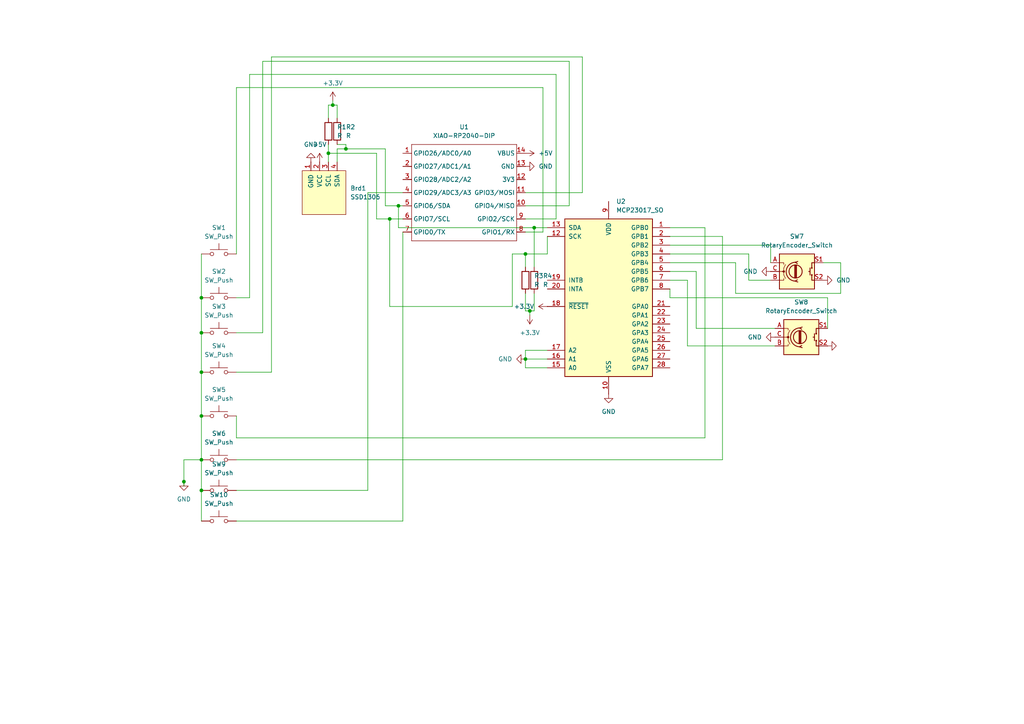
<source format=kicad_sch>
(kicad_sch
	(version 20231120)
	(generator "eeschema")
	(generator_version "8.0")
	(uuid "86481d80-7e77-41d6-a4ca-fe6c1a985617")
	(paper "A4")
	(lib_symbols
		(symbol "Device:R"
			(pin_numbers hide)
			(pin_names
				(offset 0)
			)
			(exclude_from_sim no)
			(in_bom yes)
			(on_board yes)
			(property "Reference" "R"
				(at 2.032 0 90)
				(effects
					(font
						(size 1.27 1.27)
					)
				)
			)
			(property "Value" "R"
				(at 0 0 90)
				(effects
					(font
						(size 1.27 1.27)
					)
				)
			)
			(property "Footprint" ""
				(at -1.778 0 90)
				(effects
					(font
						(size 1.27 1.27)
					)
					(hide yes)
				)
			)
			(property "Datasheet" "~"
				(at 0 0 0)
				(effects
					(font
						(size 1.27 1.27)
					)
					(hide yes)
				)
			)
			(property "Description" "Resistor"
				(at 0 0 0)
				(effects
					(font
						(size 1.27 1.27)
					)
					(hide yes)
				)
			)
			(property "ki_keywords" "R res resistor"
				(at 0 0 0)
				(effects
					(font
						(size 1.27 1.27)
					)
					(hide yes)
				)
			)
			(property "ki_fp_filters" "R_*"
				(at 0 0 0)
				(effects
					(font
						(size 1.27 1.27)
					)
					(hide yes)
				)
			)
			(symbol "R_0_1"
				(rectangle
					(start -1.016 -2.54)
					(end 1.016 2.54)
					(stroke
						(width 0.254)
						(type default)
					)
					(fill
						(type none)
					)
				)
			)
			(symbol "R_1_1"
				(pin passive line
					(at 0 3.81 270)
					(length 1.27)
					(name "~"
						(effects
							(font
								(size 1.27 1.27)
							)
						)
					)
					(number "1"
						(effects
							(font
								(size 1.27 1.27)
							)
						)
					)
				)
				(pin passive line
					(at 0 -3.81 90)
					(length 1.27)
					(name "~"
						(effects
							(font
								(size 1.27 1.27)
							)
						)
					)
					(number "2"
						(effects
							(font
								(size 1.27 1.27)
							)
						)
					)
				)
			)
		)
		(symbol "Device:RotaryEncoder_Switch"
			(pin_names
				(offset 0.254) hide)
			(exclude_from_sim no)
			(in_bom yes)
			(on_board yes)
			(property "Reference" "SW"
				(at 0 6.604 0)
				(effects
					(font
						(size 1.27 1.27)
					)
				)
			)
			(property "Value" "RotaryEncoder_Switch"
				(at 0 -6.604 0)
				(effects
					(font
						(size 1.27 1.27)
					)
				)
			)
			(property "Footprint" ""
				(at -3.81 4.064 0)
				(effects
					(font
						(size 1.27 1.27)
					)
					(hide yes)
				)
			)
			(property "Datasheet" "~"
				(at 0 6.604 0)
				(effects
					(font
						(size 1.27 1.27)
					)
					(hide yes)
				)
			)
			(property "Description" "Rotary encoder, dual channel, incremental quadrate outputs, with switch"
				(at 0 0 0)
				(effects
					(font
						(size 1.27 1.27)
					)
					(hide yes)
				)
			)
			(property "ki_keywords" "rotary switch encoder switch push button"
				(at 0 0 0)
				(effects
					(font
						(size 1.27 1.27)
					)
					(hide yes)
				)
			)
			(property "ki_fp_filters" "RotaryEncoder*Switch*"
				(at 0 0 0)
				(effects
					(font
						(size 1.27 1.27)
					)
					(hide yes)
				)
			)
			(symbol "RotaryEncoder_Switch_0_1"
				(rectangle
					(start -5.08 5.08)
					(end 5.08 -5.08)
					(stroke
						(width 0.254)
						(type default)
					)
					(fill
						(type background)
					)
				)
				(circle
					(center -3.81 0)
					(radius 0.254)
					(stroke
						(width 0)
						(type default)
					)
					(fill
						(type outline)
					)
				)
				(circle
					(center -0.381 0)
					(radius 1.905)
					(stroke
						(width 0.254)
						(type default)
					)
					(fill
						(type none)
					)
				)
				(arc
					(start -0.381 2.667)
					(mid -3.0988 -0.0635)
					(end -0.381 -2.794)
					(stroke
						(width 0.254)
						(type default)
					)
					(fill
						(type none)
					)
				)
				(polyline
					(pts
						(xy -0.635 -1.778) (xy -0.635 1.778)
					)
					(stroke
						(width 0.254)
						(type default)
					)
					(fill
						(type none)
					)
				)
				(polyline
					(pts
						(xy -0.381 -1.778) (xy -0.381 1.778)
					)
					(stroke
						(width 0.254)
						(type default)
					)
					(fill
						(type none)
					)
				)
				(polyline
					(pts
						(xy -0.127 1.778) (xy -0.127 -1.778)
					)
					(stroke
						(width 0.254)
						(type default)
					)
					(fill
						(type none)
					)
				)
				(polyline
					(pts
						(xy 3.81 0) (xy 3.429 0)
					)
					(stroke
						(width 0.254)
						(type default)
					)
					(fill
						(type none)
					)
				)
				(polyline
					(pts
						(xy 3.81 1.016) (xy 3.81 -1.016)
					)
					(stroke
						(width 0.254)
						(type default)
					)
					(fill
						(type none)
					)
				)
				(polyline
					(pts
						(xy -5.08 -2.54) (xy -3.81 -2.54) (xy -3.81 -2.032)
					)
					(stroke
						(width 0)
						(type default)
					)
					(fill
						(type none)
					)
				)
				(polyline
					(pts
						(xy -5.08 2.54) (xy -3.81 2.54) (xy -3.81 2.032)
					)
					(stroke
						(width 0)
						(type default)
					)
					(fill
						(type none)
					)
				)
				(polyline
					(pts
						(xy 0.254 -3.048) (xy -0.508 -2.794) (xy 0.127 -2.413)
					)
					(stroke
						(width 0.254)
						(type default)
					)
					(fill
						(type none)
					)
				)
				(polyline
					(pts
						(xy 0.254 2.921) (xy -0.508 2.667) (xy 0.127 2.286)
					)
					(stroke
						(width 0.254)
						(type default)
					)
					(fill
						(type none)
					)
				)
				(polyline
					(pts
						(xy 5.08 -2.54) (xy 4.318 -2.54) (xy 4.318 -1.016)
					)
					(stroke
						(width 0.254)
						(type default)
					)
					(fill
						(type none)
					)
				)
				(polyline
					(pts
						(xy 5.08 2.54) (xy 4.318 2.54) (xy 4.318 1.016)
					)
					(stroke
						(width 0.254)
						(type default)
					)
					(fill
						(type none)
					)
				)
				(polyline
					(pts
						(xy -5.08 0) (xy -3.81 0) (xy -3.81 -1.016) (xy -3.302 -2.032)
					)
					(stroke
						(width 0)
						(type default)
					)
					(fill
						(type none)
					)
				)
				(polyline
					(pts
						(xy -4.318 0) (xy -3.81 0) (xy -3.81 1.016) (xy -3.302 2.032)
					)
					(stroke
						(width 0)
						(type default)
					)
					(fill
						(type none)
					)
				)
				(circle
					(center 4.318 -1.016)
					(radius 0.127)
					(stroke
						(width 0.254)
						(type default)
					)
					(fill
						(type none)
					)
				)
				(circle
					(center 4.318 1.016)
					(radius 0.127)
					(stroke
						(width 0.254)
						(type default)
					)
					(fill
						(type none)
					)
				)
			)
			(symbol "RotaryEncoder_Switch_1_1"
				(pin passive line
					(at -7.62 2.54 0)
					(length 2.54)
					(name "A"
						(effects
							(font
								(size 1.27 1.27)
							)
						)
					)
					(number "A"
						(effects
							(font
								(size 1.27 1.27)
							)
						)
					)
				)
				(pin passive line
					(at -7.62 -2.54 0)
					(length 2.54)
					(name "B"
						(effects
							(font
								(size 1.27 1.27)
							)
						)
					)
					(number "B"
						(effects
							(font
								(size 1.27 1.27)
							)
						)
					)
				)
				(pin passive line
					(at -7.62 0 0)
					(length 2.54)
					(name "C"
						(effects
							(font
								(size 1.27 1.27)
							)
						)
					)
					(number "C"
						(effects
							(font
								(size 1.27 1.27)
							)
						)
					)
				)
				(pin passive line
					(at 7.62 2.54 180)
					(length 2.54)
					(name "S1"
						(effects
							(font
								(size 1.27 1.27)
							)
						)
					)
					(number "S1"
						(effects
							(font
								(size 1.27 1.27)
							)
						)
					)
				)
				(pin passive line
					(at 7.62 -2.54 180)
					(length 2.54)
					(name "S2"
						(effects
							(font
								(size 1.27 1.27)
							)
						)
					)
					(number "S2"
						(effects
							(font
								(size 1.27 1.27)
							)
						)
					)
				)
			)
		)
		(symbol "Interface_Expansion:MCP23017_SO"
			(pin_names
				(offset 1.016)
			)
			(exclude_from_sim no)
			(in_bom yes)
			(on_board yes)
			(property "Reference" "U"
				(at -11.43 24.13 0)
				(effects
					(font
						(size 1.27 1.27)
					)
				)
			)
			(property "Value" "MCP23017_SO"
				(at 0 0 0)
				(effects
					(font
						(size 1.27 1.27)
					)
				)
			)
			(property "Footprint" "Package_SO:SOIC-28W_7.5x17.9mm_P1.27mm"
				(at 5.08 -25.4 0)
				(effects
					(font
						(size 1.27 1.27)
					)
					(justify left)
					(hide yes)
				)
			)
			(property "Datasheet" "https://ww1.microchip.com/downloads/aemDocuments/documents/APID/ProductDocuments/DataSheets/MCP23017-Data-Sheet-DS20001952.pdf"
				(at 5.08 -27.94 0)
				(effects
					(font
						(size 1.27 1.27)
					)
					(justify left)
					(hide yes)
				)
			)
			(property "Description" "16-bit I/O expander, I2C, interrupts, w pull-ups, GPA/B7 output only (https://microchip.my.site.com/s/article/GPA7---GPB7-Cannot-Be-Used-as-Inputs-In-MCP23017),  SOIC-28"
				(at 0 0 0)
				(effects
					(font
						(size 1.27 1.27)
					)
					(hide yes)
				)
			)
			(property "ki_keywords" "I2C parallel port expander"
				(at 0 0 0)
				(effects
					(font
						(size 1.27 1.27)
					)
					(hide yes)
				)
			)
			(property "ki_fp_filters" "SOIC*7.5x17.9mm*P1.27mm*"
				(at 0 0 0)
				(effects
					(font
						(size 1.27 1.27)
					)
					(hide yes)
				)
			)
			(symbol "MCP23017_SO_0_1"
				(rectangle
					(start -12.7 22.86)
					(end 12.7 -22.86)
					(stroke
						(width 0.254)
						(type default)
					)
					(fill
						(type background)
					)
				)
			)
			(symbol "MCP23017_SO_1_1"
				(pin bidirectional line
					(at 17.78 20.32 180)
					(length 5.08)
					(name "GPB0"
						(effects
							(font
								(size 1.27 1.27)
							)
						)
					)
					(number "1"
						(effects
							(font
								(size 1.27 1.27)
							)
						)
					)
				)
				(pin power_in line
					(at 0 -27.94 90)
					(length 5.08)
					(name "VSS"
						(effects
							(font
								(size 1.27 1.27)
							)
						)
					)
					(number "10"
						(effects
							(font
								(size 1.27 1.27)
							)
						)
					)
				)
				(pin no_connect line
					(at -12.7 15.24 0)
					(length 5.08) hide
					(name "NC"
						(effects
							(font
								(size 1.27 1.27)
							)
						)
					)
					(number "11"
						(effects
							(font
								(size 1.27 1.27)
							)
						)
					)
				)
				(pin input line
					(at -17.78 17.78 0)
					(length 5.08)
					(name "SCK"
						(effects
							(font
								(size 1.27 1.27)
							)
						)
					)
					(number "12"
						(effects
							(font
								(size 1.27 1.27)
							)
						)
					)
				)
				(pin bidirectional line
					(at -17.78 20.32 0)
					(length 5.08)
					(name "SDA"
						(effects
							(font
								(size 1.27 1.27)
							)
						)
					)
					(number "13"
						(effects
							(font
								(size 1.27 1.27)
							)
						)
					)
				)
				(pin no_connect line
					(at -12.7 12.7 0)
					(length 5.08) hide
					(name "NC"
						(effects
							(font
								(size 1.27 1.27)
							)
						)
					)
					(number "14"
						(effects
							(font
								(size 1.27 1.27)
							)
						)
					)
				)
				(pin input line
					(at -17.78 -20.32 0)
					(length 5.08)
					(name "A0"
						(effects
							(font
								(size 1.27 1.27)
							)
						)
					)
					(number "15"
						(effects
							(font
								(size 1.27 1.27)
							)
						)
					)
				)
				(pin input line
					(at -17.78 -17.78 0)
					(length 5.08)
					(name "A1"
						(effects
							(font
								(size 1.27 1.27)
							)
						)
					)
					(number "16"
						(effects
							(font
								(size 1.27 1.27)
							)
						)
					)
				)
				(pin input line
					(at -17.78 -15.24 0)
					(length 5.08)
					(name "A2"
						(effects
							(font
								(size 1.27 1.27)
							)
						)
					)
					(number "17"
						(effects
							(font
								(size 1.27 1.27)
							)
						)
					)
				)
				(pin input line
					(at -17.78 -2.54 0)
					(length 5.08)
					(name "~{RESET}"
						(effects
							(font
								(size 1.27 1.27)
							)
						)
					)
					(number "18"
						(effects
							(font
								(size 1.27 1.27)
							)
						)
					)
				)
				(pin tri_state line
					(at -17.78 5.08 0)
					(length 5.08)
					(name "INTB"
						(effects
							(font
								(size 1.27 1.27)
							)
						)
					)
					(number "19"
						(effects
							(font
								(size 1.27 1.27)
							)
						)
					)
				)
				(pin bidirectional line
					(at 17.78 17.78 180)
					(length 5.08)
					(name "GPB1"
						(effects
							(font
								(size 1.27 1.27)
							)
						)
					)
					(number "2"
						(effects
							(font
								(size 1.27 1.27)
							)
						)
					)
				)
				(pin tri_state line
					(at -17.78 2.54 0)
					(length 5.08)
					(name "INTA"
						(effects
							(font
								(size 1.27 1.27)
							)
						)
					)
					(number "20"
						(effects
							(font
								(size 1.27 1.27)
							)
						)
					)
				)
				(pin bidirectional line
					(at 17.78 -2.54 180)
					(length 5.08)
					(name "GPA0"
						(effects
							(font
								(size 1.27 1.27)
							)
						)
					)
					(number "21"
						(effects
							(font
								(size 1.27 1.27)
							)
						)
					)
				)
				(pin bidirectional line
					(at 17.78 -5.08 180)
					(length 5.08)
					(name "GPA1"
						(effects
							(font
								(size 1.27 1.27)
							)
						)
					)
					(number "22"
						(effects
							(font
								(size 1.27 1.27)
							)
						)
					)
				)
				(pin bidirectional line
					(at 17.78 -7.62 180)
					(length 5.08)
					(name "GPA2"
						(effects
							(font
								(size 1.27 1.27)
							)
						)
					)
					(number "23"
						(effects
							(font
								(size 1.27 1.27)
							)
						)
					)
				)
				(pin bidirectional line
					(at 17.78 -10.16 180)
					(length 5.08)
					(name "GPA3"
						(effects
							(font
								(size 1.27 1.27)
							)
						)
					)
					(number "24"
						(effects
							(font
								(size 1.27 1.27)
							)
						)
					)
				)
				(pin bidirectional line
					(at 17.78 -12.7 180)
					(length 5.08)
					(name "GPA4"
						(effects
							(font
								(size 1.27 1.27)
							)
						)
					)
					(number "25"
						(effects
							(font
								(size 1.27 1.27)
							)
						)
					)
				)
				(pin bidirectional line
					(at 17.78 -15.24 180)
					(length 5.08)
					(name "GPA5"
						(effects
							(font
								(size 1.27 1.27)
							)
						)
					)
					(number "26"
						(effects
							(font
								(size 1.27 1.27)
							)
						)
					)
				)
				(pin bidirectional line
					(at 17.78 -17.78 180)
					(length 5.08)
					(name "GPA6"
						(effects
							(font
								(size 1.27 1.27)
							)
						)
					)
					(number "27"
						(effects
							(font
								(size 1.27 1.27)
							)
						)
					)
				)
				(pin output line
					(at 17.78 -20.32 180)
					(length 5.08)
					(name "GPA7"
						(effects
							(font
								(size 1.27 1.27)
							)
						)
					)
					(number "28"
						(effects
							(font
								(size 1.27 1.27)
							)
						)
					)
				)
				(pin bidirectional line
					(at 17.78 15.24 180)
					(length 5.08)
					(name "GPB2"
						(effects
							(font
								(size 1.27 1.27)
							)
						)
					)
					(number "3"
						(effects
							(font
								(size 1.27 1.27)
							)
						)
					)
				)
				(pin bidirectional line
					(at 17.78 12.7 180)
					(length 5.08)
					(name "GPB3"
						(effects
							(font
								(size 1.27 1.27)
							)
						)
					)
					(number "4"
						(effects
							(font
								(size 1.27 1.27)
							)
						)
					)
				)
				(pin bidirectional line
					(at 17.78 10.16 180)
					(length 5.08)
					(name "GPB4"
						(effects
							(font
								(size 1.27 1.27)
							)
						)
					)
					(number "5"
						(effects
							(font
								(size 1.27 1.27)
							)
						)
					)
				)
				(pin bidirectional line
					(at 17.78 7.62 180)
					(length 5.08)
					(name "GPB5"
						(effects
							(font
								(size 1.27 1.27)
							)
						)
					)
					(number "6"
						(effects
							(font
								(size 1.27 1.27)
							)
						)
					)
				)
				(pin bidirectional line
					(at 17.78 5.08 180)
					(length 5.08)
					(name "GPB6"
						(effects
							(font
								(size 1.27 1.27)
							)
						)
					)
					(number "7"
						(effects
							(font
								(size 1.27 1.27)
							)
						)
					)
				)
				(pin output line
					(at 17.78 2.54 180)
					(length 5.08)
					(name "GPB7"
						(effects
							(font
								(size 1.27 1.27)
							)
						)
					)
					(number "8"
						(effects
							(font
								(size 1.27 1.27)
							)
						)
					)
				)
				(pin power_in line
					(at 0 27.94 270)
					(length 5.08)
					(name "VDD"
						(effects
							(font
								(size 1.27 1.27)
							)
						)
					)
					(number "9"
						(effects
							(font
								(size 1.27 1.27)
							)
						)
					)
				)
			)
		)
		(symbol "SSD1306-128x64_OLED:SSD1306"
			(pin_names
				(offset 1.016)
			)
			(exclude_from_sim no)
			(in_bom yes)
			(on_board yes)
			(property "Reference" "Brd"
				(at 0 -3.81 0)
				(effects
					(font
						(size 1.27 1.27)
					)
				)
			)
			(property "Value" "SSD1306"
				(at 0 -1.27 0)
				(effects
					(font
						(size 1.27 1.27)
					)
				)
			)
			(property "Footprint" ""
				(at 0 6.35 0)
				(effects
					(font
						(size 1.27 1.27)
					)
					(hide yes)
				)
			)
			(property "Datasheet" ""
				(at 0 6.35 0)
				(effects
					(font
						(size 1.27 1.27)
					)
					(hide yes)
				)
			)
			(property "Description" "SSD1306 OLED"
				(at 0 0 0)
				(effects
					(font
						(size 1.27 1.27)
					)
					(hide yes)
				)
			)
			(property "ki_keywords" "SSD1306"
				(at 0 0 0)
				(effects
					(font
						(size 1.27 1.27)
					)
					(hide yes)
				)
			)
			(property "ki_fp_filters" "SSD1306-128x64_OLED:SSD1306"
				(at 0 0 0)
				(effects
					(font
						(size 1.27 1.27)
					)
					(hide yes)
				)
			)
			(symbol "SSD1306_0_1"
				(rectangle
					(start -6.35 6.35)
					(end 6.35 -6.35)
					(stroke
						(width 0)
						(type solid)
					)
					(fill
						(type background)
					)
				)
			)
			(symbol "SSD1306_1_1"
				(pin input line
					(at -3.81 8.89 270)
					(length 2.54)
					(name "GND"
						(effects
							(font
								(size 1.27 1.27)
							)
						)
					)
					(number "1"
						(effects
							(font
								(size 1.27 1.27)
							)
						)
					)
				)
				(pin input line
					(at -1.27 8.89 270)
					(length 2.54)
					(name "VCC"
						(effects
							(font
								(size 1.27 1.27)
							)
						)
					)
					(number "2"
						(effects
							(font
								(size 1.27 1.27)
							)
						)
					)
				)
				(pin input line
					(at 1.27 8.89 270)
					(length 2.54)
					(name "SCL"
						(effects
							(font
								(size 1.27 1.27)
							)
						)
					)
					(number "3"
						(effects
							(font
								(size 1.27 1.27)
							)
						)
					)
				)
				(pin input line
					(at 3.81 8.89 270)
					(length 2.54)
					(name "SDA"
						(effects
							(font
								(size 1.27 1.27)
							)
						)
					)
					(number "4"
						(effects
							(font
								(size 1.27 1.27)
							)
						)
					)
				)
			)
		)
		(symbol "Seeed_Studio_XIAO_Series:XIAO-RP2040-DIP"
			(exclude_from_sim no)
			(in_bom yes)
			(on_board yes)
			(property "Reference" "U"
				(at 0 0 0)
				(effects
					(font
						(size 1.27 1.27)
					)
				)
			)
			(property "Value" "XIAO-RP2040-DIP"
				(at 5.334 -1.778 0)
				(effects
					(font
						(size 1.27 1.27)
					)
				)
			)
			(property "Footprint" "Module:MOUDLE14P-XIAO-DIP-SMD"
				(at 14.478 -32.258 0)
				(effects
					(font
						(size 1.27 1.27)
					)
					(hide yes)
				)
			)
			(property "Datasheet" ""
				(at 0 0 0)
				(effects
					(font
						(size 1.27 1.27)
					)
					(hide yes)
				)
			)
			(property "Description" ""
				(at 0 0 0)
				(effects
					(font
						(size 1.27 1.27)
					)
					(hide yes)
				)
			)
			(symbol "XIAO-RP2040-DIP_1_0"
				(polyline
					(pts
						(xy -1.27 -30.48) (xy -1.27 -16.51)
					)
					(stroke
						(width 0.1524)
						(type solid)
					)
					(fill
						(type none)
					)
				)
				(polyline
					(pts
						(xy -1.27 -27.94) (xy -2.54 -27.94)
					)
					(stroke
						(width 0.1524)
						(type solid)
					)
					(fill
						(type none)
					)
				)
				(polyline
					(pts
						(xy -1.27 -24.13) (xy -2.54 -24.13)
					)
					(stroke
						(width 0.1524)
						(type solid)
					)
					(fill
						(type none)
					)
				)
				(polyline
					(pts
						(xy -1.27 -20.32) (xy -2.54 -20.32)
					)
					(stroke
						(width 0.1524)
						(type solid)
					)
					(fill
						(type none)
					)
				)
				(polyline
					(pts
						(xy -1.27 -16.51) (xy -2.54 -16.51)
					)
					(stroke
						(width 0.1524)
						(type solid)
					)
					(fill
						(type none)
					)
				)
				(polyline
					(pts
						(xy -1.27 -16.51) (xy -1.27 -12.7)
					)
					(stroke
						(width 0.1524)
						(type solid)
					)
					(fill
						(type none)
					)
				)
				(polyline
					(pts
						(xy -1.27 -12.7) (xy -2.54 -12.7)
					)
					(stroke
						(width 0.1524)
						(type solid)
					)
					(fill
						(type none)
					)
				)
				(polyline
					(pts
						(xy -1.27 -12.7) (xy -1.27 -8.89)
					)
					(stroke
						(width 0.1524)
						(type solid)
					)
					(fill
						(type none)
					)
				)
				(polyline
					(pts
						(xy -1.27 -8.89) (xy -2.54 -8.89)
					)
					(stroke
						(width 0.1524)
						(type solid)
					)
					(fill
						(type none)
					)
				)
				(polyline
					(pts
						(xy -1.27 -8.89) (xy -1.27 -5.08)
					)
					(stroke
						(width 0.1524)
						(type solid)
					)
					(fill
						(type none)
					)
				)
				(polyline
					(pts
						(xy -1.27 -5.08) (xy -2.54 -5.08)
					)
					(stroke
						(width 0.1524)
						(type solid)
					)
					(fill
						(type none)
					)
				)
				(polyline
					(pts
						(xy -1.27 -5.08) (xy -1.27 -2.54)
					)
					(stroke
						(width 0.1524)
						(type solid)
					)
					(fill
						(type none)
					)
				)
				(polyline
					(pts
						(xy -1.27 -2.54) (xy 29.21 -2.54)
					)
					(stroke
						(width 0.1524)
						(type solid)
					)
					(fill
						(type none)
					)
				)
				(polyline
					(pts
						(xy 29.21 -30.48) (xy -1.27 -30.48)
					)
					(stroke
						(width 0.1524)
						(type solid)
					)
					(fill
						(type none)
					)
				)
				(polyline
					(pts
						(xy 29.21 -12.7) (xy 29.21 -30.48)
					)
					(stroke
						(width 0.1524)
						(type solid)
					)
					(fill
						(type none)
					)
				)
				(polyline
					(pts
						(xy 29.21 -8.89) (xy 29.21 -12.7)
					)
					(stroke
						(width 0.1524)
						(type solid)
					)
					(fill
						(type none)
					)
				)
				(polyline
					(pts
						(xy 29.21 -5.08) (xy 29.21 -8.89)
					)
					(stroke
						(width 0.1524)
						(type solid)
					)
					(fill
						(type none)
					)
				)
				(polyline
					(pts
						(xy 29.21 -2.54) (xy 29.21 -5.08)
					)
					(stroke
						(width 0.1524)
						(type solid)
					)
					(fill
						(type none)
					)
				)
				(polyline
					(pts
						(xy 30.48 -27.94) (xy 29.21 -27.94)
					)
					(stroke
						(width 0.1524)
						(type solid)
					)
					(fill
						(type none)
					)
				)
				(polyline
					(pts
						(xy 30.48 -24.13) (xy 29.21 -24.13)
					)
					(stroke
						(width 0.1524)
						(type solid)
					)
					(fill
						(type none)
					)
				)
				(polyline
					(pts
						(xy 30.48 -20.32) (xy 29.21 -20.32)
					)
					(stroke
						(width 0.1524)
						(type solid)
					)
					(fill
						(type none)
					)
				)
				(polyline
					(pts
						(xy 30.48 -16.51) (xy 29.21 -16.51)
					)
					(stroke
						(width 0.1524)
						(type solid)
					)
					(fill
						(type none)
					)
				)
				(polyline
					(pts
						(xy 30.48 -12.7) (xy 29.21 -12.7)
					)
					(stroke
						(width 0.1524)
						(type solid)
					)
					(fill
						(type none)
					)
				)
				(polyline
					(pts
						(xy 30.48 -8.89) (xy 29.21 -8.89)
					)
					(stroke
						(width 0.1524)
						(type solid)
					)
					(fill
						(type none)
					)
				)
				(polyline
					(pts
						(xy 30.48 -5.08) (xy 29.21 -5.08)
					)
					(stroke
						(width 0.1524)
						(type solid)
					)
					(fill
						(type none)
					)
				)
				(pin passive line
					(at -3.81 -5.08 0)
					(length 2.54)
					(name "GPIO26/ADC0/A0"
						(effects
							(font
								(size 1.27 1.27)
							)
						)
					)
					(number "1"
						(effects
							(font
								(size 1.27 1.27)
							)
						)
					)
				)
				(pin passive line
					(at 31.75 -20.32 180)
					(length 2.54)
					(name "GPIO4/MISO"
						(effects
							(font
								(size 1.27 1.27)
							)
						)
					)
					(number "10"
						(effects
							(font
								(size 1.27 1.27)
							)
						)
					)
				)
				(pin passive line
					(at 31.75 -16.51 180)
					(length 2.54)
					(name "GPIO3/MOSI"
						(effects
							(font
								(size 1.27 1.27)
							)
						)
					)
					(number "11"
						(effects
							(font
								(size 1.27 1.27)
							)
						)
					)
				)
				(pin passive line
					(at 31.75 -12.7 180)
					(length 2.54)
					(name "3V3"
						(effects
							(font
								(size 1.27 1.27)
							)
						)
					)
					(number "12"
						(effects
							(font
								(size 1.27 1.27)
							)
						)
					)
				)
				(pin passive line
					(at 31.75 -8.89 180)
					(length 2.54)
					(name "GND"
						(effects
							(font
								(size 1.27 1.27)
							)
						)
					)
					(number "13"
						(effects
							(font
								(size 1.27 1.27)
							)
						)
					)
				)
				(pin passive line
					(at 31.75 -5.08 180)
					(length 2.54)
					(name "VBUS"
						(effects
							(font
								(size 1.27 1.27)
							)
						)
					)
					(number "14"
						(effects
							(font
								(size 1.27 1.27)
							)
						)
					)
				)
				(pin passive line
					(at -3.81 -8.89 0)
					(length 2.54)
					(name "GPIO27/ADC1/A1"
						(effects
							(font
								(size 1.27 1.27)
							)
						)
					)
					(number "2"
						(effects
							(font
								(size 1.27 1.27)
							)
						)
					)
				)
				(pin passive line
					(at -3.81 -12.7 0)
					(length 2.54)
					(name "GPIO28/ADC2/A2"
						(effects
							(font
								(size 1.27 1.27)
							)
						)
					)
					(number "3"
						(effects
							(font
								(size 1.27 1.27)
							)
						)
					)
				)
				(pin passive line
					(at -3.81 -16.51 0)
					(length 2.54)
					(name "GPIO29/ADC3/A3"
						(effects
							(font
								(size 1.27 1.27)
							)
						)
					)
					(number "4"
						(effects
							(font
								(size 1.27 1.27)
							)
						)
					)
				)
				(pin passive line
					(at -3.81 -20.32 0)
					(length 2.54)
					(name "GPIO6/SDA"
						(effects
							(font
								(size 1.27 1.27)
							)
						)
					)
					(number "5"
						(effects
							(font
								(size 1.27 1.27)
							)
						)
					)
				)
				(pin passive line
					(at -3.81 -24.13 0)
					(length 2.54)
					(name "GPIO7/SCL"
						(effects
							(font
								(size 1.27 1.27)
							)
						)
					)
					(number "6"
						(effects
							(font
								(size 1.27 1.27)
							)
						)
					)
				)
				(pin passive line
					(at -3.81 -27.94 0)
					(length 2.54)
					(name "GPIO0/TX"
						(effects
							(font
								(size 1.27 1.27)
							)
						)
					)
					(number "7"
						(effects
							(font
								(size 1.27 1.27)
							)
						)
					)
				)
				(pin passive line
					(at 31.75 -27.94 180)
					(length 2.54)
					(name "GPIO1/RX"
						(effects
							(font
								(size 1.27 1.27)
							)
						)
					)
					(number "8"
						(effects
							(font
								(size 1.27 1.27)
							)
						)
					)
				)
				(pin passive line
					(at 31.75 -24.13 180)
					(length 2.54)
					(name "GPIO2/SCK"
						(effects
							(font
								(size 1.27 1.27)
							)
						)
					)
					(number "9"
						(effects
							(font
								(size 1.27 1.27)
							)
						)
					)
				)
			)
		)
		(symbol "Switch:SW_Push"
			(pin_numbers hide)
			(pin_names
				(offset 1.016) hide)
			(exclude_from_sim no)
			(in_bom yes)
			(on_board yes)
			(property "Reference" "SW"
				(at 1.27 2.54 0)
				(effects
					(font
						(size 1.27 1.27)
					)
					(justify left)
				)
			)
			(property "Value" "SW_Push"
				(at 0 -1.524 0)
				(effects
					(font
						(size 1.27 1.27)
					)
				)
			)
			(property "Footprint" ""
				(at 0 5.08 0)
				(effects
					(font
						(size 1.27 1.27)
					)
					(hide yes)
				)
			)
			(property "Datasheet" "~"
				(at 0 5.08 0)
				(effects
					(font
						(size 1.27 1.27)
					)
					(hide yes)
				)
			)
			(property "Description" "Push button switch, generic, two pins"
				(at 0 0 0)
				(effects
					(font
						(size 1.27 1.27)
					)
					(hide yes)
				)
			)
			(property "ki_keywords" "switch normally-open pushbutton push-button"
				(at 0 0 0)
				(effects
					(font
						(size 1.27 1.27)
					)
					(hide yes)
				)
			)
			(symbol "SW_Push_0_1"
				(circle
					(center -2.032 0)
					(radius 0.508)
					(stroke
						(width 0)
						(type default)
					)
					(fill
						(type none)
					)
				)
				(polyline
					(pts
						(xy 0 1.27) (xy 0 3.048)
					)
					(stroke
						(width 0)
						(type default)
					)
					(fill
						(type none)
					)
				)
				(polyline
					(pts
						(xy 2.54 1.27) (xy -2.54 1.27)
					)
					(stroke
						(width 0)
						(type default)
					)
					(fill
						(type none)
					)
				)
				(circle
					(center 2.032 0)
					(radius 0.508)
					(stroke
						(width 0)
						(type default)
					)
					(fill
						(type none)
					)
				)
				(pin passive line
					(at -5.08 0 0)
					(length 2.54)
					(name "1"
						(effects
							(font
								(size 1.27 1.27)
							)
						)
					)
					(number "1"
						(effects
							(font
								(size 1.27 1.27)
							)
						)
					)
				)
				(pin passive line
					(at 5.08 0 180)
					(length 2.54)
					(name "2"
						(effects
							(font
								(size 1.27 1.27)
							)
						)
					)
					(number "2"
						(effects
							(font
								(size 1.27 1.27)
							)
						)
					)
				)
			)
		)
		(symbol "power:+3.3V"
			(power)
			(pin_numbers hide)
			(pin_names
				(offset 0) hide)
			(exclude_from_sim no)
			(in_bom yes)
			(on_board yes)
			(property "Reference" "#PWR"
				(at 0 -3.81 0)
				(effects
					(font
						(size 1.27 1.27)
					)
					(hide yes)
				)
			)
			(property "Value" "+3.3V"
				(at 0 3.556 0)
				(effects
					(font
						(size 1.27 1.27)
					)
				)
			)
			(property "Footprint" ""
				(at 0 0 0)
				(effects
					(font
						(size 1.27 1.27)
					)
					(hide yes)
				)
			)
			(property "Datasheet" ""
				(at 0 0 0)
				(effects
					(font
						(size 1.27 1.27)
					)
					(hide yes)
				)
			)
			(property "Description" "Power symbol creates a global label with name \"+3.3V\""
				(at 0 0 0)
				(effects
					(font
						(size 1.27 1.27)
					)
					(hide yes)
				)
			)
			(property "ki_keywords" "global power"
				(at 0 0 0)
				(effects
					(font
						(size 1.27 1.27)
					)
					(hide yes)
				)
			)
			(symbol "+3.3V_0_1"
				(polyline
					(pts
						(xy -0.762 1.27) (xy 0 2.54)
					)
					(stroke
						(width 0)
						(type default)
					)
					(fill
						(type none)
					)
				)
				(polyline
					(pts
						(xy 0 0) (xy 0 2.54)
					)
					(stroke
						(width 0)
						(type default)
					)
					(fill
						(type none)
					)
				)
				(polyline
					(pts
						(xy 0 2.54) (xy 0.762 1.27)
					)
					(stroke
						(width 0)
						(type default)
					)
					(fill
						(type none)
					)
				)
			)
			(symbol "+3.3V_1_1"
				(pin power_in line
					(at 0 0 90)
					(length 0)
					(name "~"
						(effects
							(font
								(size 1.27 1.27)
							)
						)
					)
					(number "1"
						(effects
							(font
								(size 1.27 1.27)
							)
						)
					)
				)
			)
		)
		(symbol "power:+5V"
			(power)
			(pin_numbers hide)
			(pin_names
				(offset 0) hide)
			(exclude_from_sim no)
			(in_bom yes)
			(on_board yes)
			(property "Reference" "#PWR"
				(at 0 -3.81 0)
				(effects
					(font
						(size 1.27 1.27)
					)
					(hide yes)
				)
			)
			(property "Value" "+5V"
				(at 0 3.556 0)
				(effects
					(font
						(size 1.27 1.27)
					)
				)
			)
			(property "Footprint" ""
				(at 0 0 0)
				(effects
					(font
						(size 1.27 1.27)
					)
					(hide yes)
				)
			)
			(property "Datasheet" ""
				(at 0 0 0)
				(effects
					(font
						(size 1.27 1.27)
					)
					(hide yes)
				)
			)
			(property "Description" "Power symbol creates a global label with name \"+5V\""
				(at 0 0 0)
				(effects
					(font
						(size 1.27 1.27)
					)
					(hide yes)
				)
			)
			(property "ki_keywords" "global power"
				(at 0 0 0)
				(effects
					(font
						(size 1.27 1.27)
					)
					(hide yes)
				)
			)
			(symbol "+5V_0_1"
				(polyline
					(pts
						(xy -0.762 1.27) (xy 0 2.54)
					)
					(stroke
						(width 0)
						(type default)
					)
					(fill
						(type none)
					)
				)
				(polyline
					(pts
						(xy 0 0) (xy 0 2.54)
					)
					(stroke
						(width 0)
						(type default)
					)
					(fill
						(type none)
					)
				)
				(polyline
					(pts
						(xy 0 2.54) (xy 0.762 1.27)
					)
					(stroke
						(width 0)
						(type default)
					)
					(fill
						(type none)
					)
				)
			)
			(symbol "+5V_1_1"
				(pin power_in line
					(at 0 0 90)
					(length 0)
					(name "~"
						(effects
							(font
								(size 1.27 1.27)
							)
						)
					)
					(number "1"
						(effects
							(font
								(size 1.27 1.27)
							)
						)
					)
				)
			)
		)
		(symbol "power:GND"
			(power)
			(pin_numbers hide)
			(pin_names
				(offset 0) hide)
			(exclude_from_sim no)
			(in_bom yes)
			(on_board yes)
			(property "Reference" "#PWR"
				(at 0 -6.35 0)
				(effects
					(font
						(size 1.27 1.27)
					)
					(hide yes)
				)
			)
			(property "Value" "GND"
				(at 0 -3.81 0)
				(effects
					(font
						(size 1.27 1.27)
					)
				)
			)
			(property "Footprint" ""
				(at 0 0 0)
				(effects
					(font
						(size 1.27 1.27)
					)
					(hide yes)
				)
			)
			(property "Datasheet" ""
				(at 0 0 0)
				(effects
					(font
						(size 1.27 1.27)
					)
					(hide yes)
				)
			)
			(property "Description" "Power symbol creates a global label with name \"GND\" , ground"
				(at 0 0 0)
				(effects
					(font
						(size 1.27 1.27)
					)
					(hide yes)
				)
			)
			(property "ki_keywords" "global power"
				(at 0 0 0)
				(effects
					(font
						(size 1.27 1.27)
					)
					(hide yes)
				)
			)
			(symbol "GND_0_1"
				(polyline
					(pts
						(xy 0 0) (xy 0 -1.27) (xy 1.27 -1.27) (xy 0 -2.54) (xy -1.27 -1.27) (xy 0 -1.27)
					)
					(stroke
						(width 0)
						(type default)
					)
					(fill
						(type none)
					)
				)
			)
			(symbol "GND_1_1"
				(pin power_in line
					(at 0 0 270)
					(length 0)
					(name "~"
						(effects
							(font
								(size 1.27 1.27)
							)
						)
					)
					(number "1"
						(effects
							(font
								(size 1.27 1.27)
							)
						)
					)
				)
			)
		)
	)
	(junction
		(at 115.57 59.69)
		(diameter 0)
		(color 0 0 0 0)
		(uuid "16f89021-c291-4bed-b6b2-d5f0ba2d50b1")
	)
	(junction
		(at 58.42 133.35)
		(diameter 0)
		(color 0 0 0 0)
		(uuid "472362c6-5bed-4d41-bd97-d190894411c3")
	)
	(junction
		(at 95.25 44.45)
		(diameter 0)
		(color 0 0 0 0)
		(uuid "4b9b0c87-d34a-4b6c-b7c2-c25dbe15b479")
	)
	(junction
		(at 100.33 43.18)
		(diameter 0)
		(color 0 0 0 0)
		(uuid "54eb0470-1fc1-4e8b-b884-720d3747cf29")
	)
	(junction
		(at 96.52 30.48)
		(diameter 0)
		(color 0 0 0 0)
		(uuid "5ae198a9-09e0-45dc-9750-6e6b21a3f3f0")
	)
	(junction
		(at 153.67 90.17)
		(diameter 0)
		(color 0 0 0 0)
		(uuid "5b8989cf-b5f6-4911-9aaf-49970ebb6974")
	)
	(junction
		(at 58.42 142.24)
		(diameter 0)
		(color 0 0 0 0)
		(uuid "6930e0b6-604a-44b6-acbb-3f7ba98f1fc1")
	)
	(junction
		(at 58.42 120.65)
		(diameter 0)
		(color 0 0 0 0)
		(uuid "7ef98b8c-8dd4-4124-a38d-98c1bfd1ecf8")
	)
	(junction
		(at 154.94 66.04)
		(diameter 0)
		(color 0 0 0 0)
		(uuid "9381280c-b09f-4337-8591-f1ce4dfe44d3")
	)
	(junction
		(at 113.03 63.5)
		(diameter 0)
		(color 0 0 0 0)
		(uuid "97b9a8d7-f986-4a75-8c74-d28c72ed7197")
	)
	(junction
		(at 58.42 107.95)
		(diameter 0)
		(color 0 0 0 0)
		(uuid "9d4971ed-ec3b-44c0-a8ee-bf0ed7ea0f77")
	)
	(junction
		(at 58.42 96.52)
		(diameter 0)
		(color 0 0 0 0)
		(uuid "a2cffdb7-5ecd-4314-a3a6-98f895df5aaf")
	)
	(junction
		(at 53.34 139.7)
		(diameter 0)
		(color 0 0 0 0)
		(uuid "a9f0942e-0dc3-4460-913e-cea6f359ca29")
	)
	(junction
		(at 152.4 73.66)
		(diameter 0)
		(color 0 0 0 0)
		(uuid "bef83b16-8f1c-4a10-b99a-cadfb7aa9228")
	)
	(junction
		(at 58.42 86.36)
		(diameter 0)
		(color 0 0 0 0)
		(uuid "e0068459-d267-499a-9827-394a43ec7db4")
	)
	(junction
		(at 152.4 104.14)
		(diameter 0)
		(color 0 0 0 0)
		(uuid "f2d8559b-d786-4e8c-a83e-6574591e67e2")
	)
	(wire
		(pts
			(xy 153.67 90.17) (xy 154.94 90.17)
		)
		(stroke
			(width 0)
			(type default)
		)
		(uuid "03961676-ecbf-4de5-988d-850188da38cb")
	)
	(wire
		(pts
			(xy 168.91 55.88) (xy 168.91 16.51)
		)
		(stroke
			(width 0)
			(type default)
		)
		(uuid "03f4e50a-c0ac-46e6-8974-92d1cf5ee2a8")
	)
	(wire
		(pts
			(xy 95.25 44.45) (xy 109.22 44.45)
		)
		(stroke
			(width 0)
			(type default)
		)
		(uuid "04630064-66fd-4c7b-9128-641d7367808a")
	)
	(wire
		(pts
			(xy 243.84 76.2) (xy 243.84 85.09)
		)
		(stroke
			(width 0)
			(type default)
		)
		(uuid "0794082f-6753-451b-9863-11b89cf86ca4")
	)
	(wire
		(pts
			(xy 194.31 78.74) (xy 201.93 78.74)
		)
		(stroke
			(width 0)
			(type default)
		)
		(uuid "07ab7818-7f96-46f5-a6e2-089b20e36096")
	)
	(wire
		(pts
			(xy 116.84 151.13) (xy 68.58 151.13)
		)
		(stroke
			(width 0)
			(type default)
		)
		(uuid "09cff8b3-d121-4d52-858b-5064d554fda5")
	)
	(wire
		(pts
			(xy 96.52 29.21) (xy 96.52 30.48)
		)
		(stroke
			(width 0)
			(type default)
		)
		(uuid "0a9cbd4c-0637-49a1-a7c2-1ce92bfb5377")
	)
	(wire
		(pts
			(xy 115.57 59.69) (xy 116.84 59.69)
		)
		(stroke
			(width 0)
			(type default)
		)
		(uuid "1158d850-cfc2-4c25-aab3-3d1f82769738")
	)
	(wire
		(pts
			(xy 53.34 139.7) (xy 53.34 140.97)
		)
		(stroke
			(width 0)
			(type default)
		)
		(uuid "13a622a4-0b25-474b-b782-81c32a538916")
	)
	(wire
		(pts
			(xy 97.79 30.48) (xy 97.79 34.29)
		)
		(stroke
			(width 0)
			(type default)
		)
		(uuid "14a87731-8dd8-4696-9d70-98312524b6ba")
	)
	(wire
		(pts
			(xy 194.31 71.12) (xy 223.52 71.12)
		)
		(stroke
			(width 0)
			(type default)
		)
		(uuid "15625cdc-a9d8-465d-aad2-6d03446d0f28")
	)
	(wire
		(pts
			(xy 199.39 100.33) (xy 224.79 100.33)
		)
		(stroke
			(width 0)
			(type default)
		)
		(uuid "1d73ffae-9097-4195-be29-d3794daa2c09")
	)
	(wire
		(pts
			(xy 194.31 68.58) (xy 209.55 68.58)
		)
		(stroke
			(width 0)
			(type default)
		)
		(uuid "1dd4899a-825e-4643-a130-38f8cf08ef43")
	)
	(wire
		(pts
			(xy 58.42 107.95) (xy 58.42 120.65)
		)
		(stroke
			(width 0)
			(type default)
		)
		(uuid "22a3369c-864b-414e-a741-36a215f67727")
	)
	(wire
		(pts
			(xy 157.48 67.31) (xy 157.48 25.4)
		)
		(stroke
			(width 0)
			(type default)
		)
		(uuid "289ae5dd-6393-4ae3-86e7-db990c0b26fb")
	)
	(wire
		(pts
			(xy 157.48 25.4) (xy 68.58 25.4)
		)
		(stroke
			(width 0)
			(type default)
		)
		(uuid "2d20c74d-46c1-4913-8444-83205c5f07a0")
	)
	(wire
		(pts
			(xy 158.75 101.6) (xy 152.4 101.6)
		)
		(stroke
			(width 0)
			(type default)
		)
		(uuid "3064de00-789b-45d6-9fd9-34e69bfe22b9")
	)
	(wire
		(pts
			(xy 204.47 127) (xy 68.58 127)
		)
		(stroke
			(width 0)
			(type default)
		)
		(uuid "33a066cd-01f3-47e1-a8de-73bb3c42c542")
	)
	(wire
		(pts
			(xy 78.74 107.95) (xy 68.58 107.95)
		)
		(stroke
			(width 0)
			(type default)
		)
		(uuid "36f904a7-2a6f-4264-bff2-b6fbdb4c3bd2")
	)
	(wire
		(pts
			(xy 223.52 71.12) (xy 223.52 76.2)
		)
		(stroke
			(width 0)
			(type default)
		)
		(uuid "3d0e1343-b6f3-44c1-81ab-de172399e364")
	)
	(wire
		(pts
			(xy 100.33 41.91) (xy 100.33 43.18)
		)
		(stroke
			(width 0)
			(type default)
		)
		(uuid "4029a539-490e-42de-8803-32aa998ded25")
	)
	(wire
		(pts
			(xy 152.4 101.6) (xy 152.4 104.14)
		)
		(stroke
			(width 0)
			(type default)
		)
		(uuid "449ce910-7936-4d0c-9476-67172cf0f25f")
	)
	(wire
		(pts
			(xy 106.68 55.88) (xy 106.68 142.24)
		)
		(stroke
			(width 0)
			(type default)
		)
		(uuid "4504f6ef-b36c-44f5-94c9-2b7ae0cba0e2")
	)
	(wire
		(pts
			(xy 217.17 73.66) (xy 217.17 81.28)
		)
		(stroke
			(width 0)
			(type default)
		)
		(uuid "4580e5d9-b19b-4beb-a9de-8338f820057f")
	)
	(wire
		(pts
			(xy 154.94 66.04) (xy 158.75 66.04)
		)
		(stroke
			(width 0)
			(type default)
		)
		(uuid "486f056d-81df-4dab-bcbc-bbb8c7401679")
	)
	(wire
		(pts
			(xy 209.55 133.35) (xy 68.58 133.35)
		)
		(stroke
			(width 0)
			(type default)
		)
		(uuid "4b193b4e-1e4f-40b1-97ad-4dadeb1ba725")
	)
	(wire
		(pts
			(xy 148.59 88.9) (xy 148.59 73.66)
		)
		(stroke
			(width 0)
			(type default)
		)
		(uuid "4f2fa868-b9ee-41c5-9fff-3ff1cb70cffc")
	)
	(wire
		(pts
			(xy 152.4 104.14) (xy 158.75 104.14)
		)
		(stroke
			(width 0)
			(type default)
		)
		(uuid "534d6b67-88cd-4d41-a3f7-2996a6ef985a")
	)
	(wire
		(pts
			(xy 72.39 21.59) (xy 72.39 86.36)
		)
		(stroke
			(width 0)
			(type default)
		)
		(uuid "55a10e5e-4fc1-4926-a4cf-36696956e8cf")
	)
	(wire
		(pts
			(xy 158.75 73.66) (xy 158.75 68.58)
		)
		(stroke
			(width 0)
			(type default)
		)
		(uuid "5828f0a5-d171-43eb-b2e4-aa61c05037c7")
	)
	(wire
		(pts
			(xy 153.67 90.17) (xy 153.67 91.44)
		)
		(stroke
			(width 0)
			(type default)
		)
		(uuid "628380c6-69a5-4ee5-99a2-54a8590e7b2d")
	)
	(wire
		(pts
			(xy 111.76 59.69) (xy 115.57 59.69)
		)
		(stroke
			(width 0)
			(type default)
		)
		(uuid "63769913-d668-45a3-ab6d-62ced6dfb208")
	)
	(wire
		(pts
			(xy 113.03 63.5) (xy 113.03 88.9)
		)
		(stroke
			(width 0)
			(type default)
		)
		(uuid "671f0f05-3c56-4dad-bb32-c68d6b4da2b3")
	)
	(wire
		(pts
			(xy 165.1 59.69) (xy 165.1 17.78)
		)
		(stroke
			(width 0)
			(type default)
		)
		(uuid "6a1b2425-318a-4b52-91ca-00637fde310b")
	)
	(wire
		(pts
			(xy 113.03 88.9) (xy 148.59 88.9)
		)
		(stroke
			(width 0)
			(type default)
		)
		(uuid "7442926c-fa3c-44fe-b568-50cd127d350b")
	)
	(wire
		(pts
			(xy 95.25 34.29) (xy 95.25 30.48)
		)
		(stroke
			(width 0)
			(type default)
		)
		(uuid "798b20b6-4cac-4b15-bb50-ff23e1ac81cf")
	)
	(wire
		(pts
			(xy 95.25 44.45) (xy 95.25 46.99)
		)
		(stroke
			(width 0)
			(type default)
		)
		(uuid "7aa3acf6-afb5-4f75-b759-11cd0bd953a0")
	)
	(wire
		(pts
			(xy 97.79 43.18) (xy 100.33 43.18)
		)
		(stroke
			(width 0)
			(type default)
		)
		(uuid "7ffed4dc-f4e2-4d64-bdcc-00a449d597e4")
	)
	(wire
		(pts
			(xy 58.42 73.66) (xy 58.42 86.36)
		)
		(stroke
			(width 0)
			(type default)
		)
		(uuid "821d12a3-485a-4d0e-bfe5-ad981f242665")
	)
	(wire
		(pts
			(xy 194.31 66.04) (xy 204.47 66.04)
		)
		(stroke
			(width 0)
			(type default)
		)
		(uuid "8308630b-7643-400c-b363-d2ca4f23f306")
	)
	(wire
		(pts
			(xy 213.36 85.09) (xy 213.36 76.2)
		)
		(stroke
			(width 0)
			(type default)
		)
		(uuid "835eb1c5-5484-49ac-b25d-d5d2b40df0eb")
	)
	(wire
		(pts
			(xy 204.47 66.04) (xy 204.47 127)
		)
		(stroke
			(width 0)
			(type default)
		)
		(uuid "8440c6ba-7f0b-4010-a14d-4aa8b69a191d")
	)
	(wire
		(pts
			(xy 213.36 76.2) (xy 194.31 76.2)
		)
		(stroke
			(width 0)
			(type default)
		)
		(uuid "8dab9907-02bf-4738-9681-eceeb14c8a86")
	)
	(wire
		(pts
			(xy 194.31 81.28) (xy 199.39 81.28)
		)
		(stroke
			(width 0)
			(type default)
		)
		(uuid "90fe3cb9-bf02-46a9-9a22-407ab7c2ca91")
	)
	(wire
		(pts
			(xy 58.42 96.52) (xy 58.42 107.95)
		)
		(stroke
			(width 0)
			(type default)
		)
		(uuid "91b88fc4-b985-4c8f-a9d7-405507273c77")
	)
	(wire
		(pts
			(xy 72.39 86.36) (xy 68.58 86.36)
		)
		(stroke
			(width 0)
			(type default)
		)
		(uuid "941a51aa-f694-4ba1-960b-3caffbbfc501")
	)
	(wire
		(pts
			(xy 152.4 63.5) (xy 161.29 63.5)
		)
		(stroke
			(width 0)
			(type default)
		)
		(uuid "95ad19e7-46df-4cee-b2a3-275ae35f3cb4")
	)
	(wire
		(pts
			(xy 152.4 73.66) (xy 152.4 77.47)
		)
		(stroke
			(width 0)
			(type default)
		)
		(uuid "95d3b5aa-513b-48e6-927b-4cc68405f906")
	)
	(wire
		(pts
			(xy 152.4 73.66) (xy 158.75 73.66)
		)
		(stroke
			(width 0)
			(type default)
		)
		(uuid "977be521-5c06-4151-8453-536eaa479994")
	)
	(wire
		(pts
			(xy 76.2 96.52) (xy 68.58 96.52)
		)
		(stroke
			(width 0)
			(type default)
		)
		(uuid "979c7d53-890d-49ac-98b3-637c8b919279")
	)
	(wire
		(pts
			(xy 95.25 41.91) (xy 95.25 44.45)
		)
		(stroke
			(width 0)
			(type default)
		)
		(uuid "9ad2bf57-0563-4e5a-889e-fccd9ca1907d")
	)
	(wire
		(pts
			(xy 154.94 85.09) (xy 154.94 90.17)
		)
		(stroke
			(width 0)
			(type default)
		)
		(uuid "9addceec-41c0-4ba4-a9cb-8be96e13752d")
	)
	(wire
		(pts
			(xy 97.79 46.99) (xy 97.79 43.18)
		)
		(stroke
			(width 0)
			(type default)
		)
		(uuid "9ef09027-0947-40a8-bb97-490e95454c18")
	)
	(wire
		(pts
			(xy 194.31 73.66) (xy 217.17 73.66)
		)
		(stroke
			(width 0)
			(type default)
		)
		(uuid "a0906688-d28e-4e66-874a-3f4a7e3a38c9")
	)
	(wire
		(pts
			(xy 58.42 86.36) (xy 58.42 96.52)
		)
		(stroke
			(width 0)
			(type default)
		)
		(uuid "a4907540-b695-4f6a-8ae9-337225418771")
	)
	(wire
		(pts
			(xy 97.79 41.91) (xy 100.33 41.91)
		)
		(stroke
			(width 0)
			(type default)
		)
		(uuid "a5fd2497-3913-4425-b16c-d569e2330f1b")
	)
	(wire
		(pts
			(xy 113.03 63.5) (xy 116.84 63.5)
		)
		(stroke
			(width 0)
			(type default)
		)
		(uuid "a67a2b29-abf9-48ff-b93d-6bf3932f74a4")
	)
	(wire
		(pts
			(xy 243.84 85.09) (xy 213.36 85.09)
		)
		(stroke
			(width 0)
			(type default)
		)
		(uuid "a91cf9c2-a131-4ab0-8843-0028be0296d4")
	)
	(wire
		(pts
			(xy 217.17 81.28) (xy 223.52 81.28)
		)
		(stroke
			(width 0)
			(type default)
		)
		(uuid "ac7912aa-59f6-42ee-aae7-e7055a92d677")
	)
	(wire
		(pts
			(xy 116.84 67.31) (xy 116.84 151.13)
		)
		(stroke
			(width 0)
			(type default)
		)
		(uuid "ae5127b6-42cc-4a2a-94e2-a88f16b034d7")
	)
	(wire
		(pts
			(xy 111.76 43.18) (xy 111.76 59.69)
		)
		(stroke
			(width 0)
			(type default)
		)
		(uuid "ae929538-7f0e-48b3-be7f-9b7a6b53c1eb")
	)
	(wire
		(pts
			(xy 209.55 68.58) (xy 209.55 133.35)
		)
		(stroke
			(width 0)
			(type default)
		)
		(uuid "b0a284d2-c183-4ba0-b2c9-053773f7c0b8")
	)
	(wire
		(pts
			(xy 194.31 83.82) (xy 194.31 86.36)
		)
		(stroke
			(width 0)
			(type default)
		)
		(uuid "b3252f3b-0fe4-4b27-b729-c1f2ca58d80e")
	)
	(wire
		(pts
			(xy 161.29 63.5) (xy 161.29 21.59)
		)
		(stroke
			(width 0)
			(type default)
		)
		(uuid "b41df66c-c6c3-4646-85f9-aa2a140b28a3")
	)
	(wire
		(pts
			(xy 201.93 95.25) (xy 224.79 95.25)
		)
		(stroke
			(width 0)
			(type default)
		)
		(uuid "b6e615c6-0017-4909-bafb-fd7bc306277e")
	)
	(wire
		(pts
			(xy 53.34 133.35) (xy 53.34 139.7)
		)
		(stroke
			(width 0)
			(type default)
		)
		(uuid "b9682dde-dc11-4ff9-a3d5-b1e5349100ba")
	)
	(wire
		(pts
			(xy 116.84 55.88) (xy 106.68 55.88)
		)
		(stroke
			(width 0)
			(type default)
		)
		(uuid "bbe91186-6883-4a04-88c6-ebdb62183688")
	)
	(wire
		(pts
			(xy 100.33 43.18) (xy 111.76 43.18)
		)
		(stroke
			(width 0)
			(type default)
		)
		(uuid "bc850da3-ac19-4d2e-b17b-88d6cf09e5be")
	)
	(wire
		(pts
			(xy 58.42 142.24) (xy 58.42 151.13)
		)
		(stroke
			(width 0)
			(type default)
		)
		(uuid "bce13670-1e2e-427b-aaee-57c25518cafe")
	)
	(wire
		(pts
			(xy 58.42 133.35) (xy 58.42 142.24)
		)
		(stroke
			(width 0)
			(type default)
		)
		(uuid "bdfd5532-2a5b-4c70-a4dd-80a2744884bc")
	)
	(wire
		(pts
			(xy 109.22 63.5) (xy 113.03 63.5)
		)
		(stroke
			(width 0)
			(type default)
		)
		(uuid "c26f8948-c3eb-4fd8-b9e9-0113d207f1a9")
	)
	(wire
		(pts
			(xy 58.42 120.65) (xy 58.42 133.35)
		)
		(stroke
			(width 0)
			(type default)
		)
		(uuid "c88e57a8-d72b-4fe9-9ad8-f268a76ba27b")
	)
	(wire
		(pts
			(xy 165.1 17.78) (xy 76.2 17.78)
		)
		(stroke
			(width 0)
			(type default)
		)
		(uuid "cb4f3762-d3c5-4c5e-aa25-f1eef831aca8")
	)
	(wire
		(pts
			(xy 95.25 30.48) (xy 96.52 30.48)
		)
		(stroke
			(width 0)
			(type default)
		)
		(uuid "cc6ac396-ce23-46a1-a45a-d9a2be1ad607")
	)
	(wire
		(pts
			(xy 115.57 66.04) (xy 154.94 66.04)
		)
		(stroke
			(width 0)
			(type default)
		)
		(uuid "cd83ccb8-b82d-4775-a92d-f839b123672f")
	)
	(wire
		(pts
			(xy 240.03 86.36) (xy 240.03 95.25)
		)
		(stroke
			(width 0)
			(type default)
		)
		(uuid "cf64f38a-91f1-4d0a-b742-3fca4f062dc3")
	)
	(wire
		(pts
			(xy 168.91 16.51) (xy 78.74 16.51)
		)
		(stroke
			(width 0)
			(type default)
		)
		(uuid "d0cfd0e8-d3f7-413c-8964-c397ad29dd9a")
	)
	(wire
		(pts
			(xy 201.93 78.74) (xy 201.93 95.25)
		)
		(stroke
			(width 0)
			(type default)
		)
		(uuid "d256e9ae-90c7-4bed-ab7b-cfe906325131")
	)
	(wire
		(pts
			(xy 152.4 55.88) (xy 168.91 55.88)
		)
		(stroke
			(width 0)
			(type default)
		)
		(uuid "d31584ff-7c19-44d8-8677-998711969480")
	)
	(wire
		(pts
			(xy 152.4 90.17) (xy 153.67 90.17)
		)
		(stroke
			(width 0)
			(type default)
		)
		(uuid "d5266a70-94f5-48c0-a04c-5dd749c563b5")
	)
	(wire
		(pts
			(xy 96.52 30.48) (xy 97.79 30.48)
		)
		(stroke
			(width 0)
			(type default)
		)
		(uuid "d5eac484-5744-4dc3-894b-a9ac4a6ab406")
	)
	(wire
		(pts
			(xy 152.4 67.31) (xy 157.48 67.31)
		)
		(stroke
			(width 0)
			(type default)
		)
		(uuid "d72a4e33-6bcb-44b4-bc72-143ecc0dda07")
	)
	(wire
		(pts
			(xy 68.58 127) (xy 68.58 120.65)
		)
		(stroke
			(width 0)
			(type default)
		)
		(uuid "d9b3727e-ae5a-4417-929a-d464c0524569")
	)
	(wire
		(pts
			(xy 115.57 59.69) (xy 115.57 66.04)
		)
		(stroke
			(width 0)
			(type default)
		)
		(uuid "de855348-f536-44e0-9f74-47a5f7079bbd")
	)
	(wire
		(pts
			(xy 154.94 66.04) (xy 154.94 77.47)
		)
		(stroke
			(width 0)
			(type default)
		)
		(uuid "def0dc8d-3568-4c2e-bcd2-f47f70a2bb31")
	)
	(wire
		(pts
			(xy 58.42 133.35) (xy 53.34 133.35)
		)
		(stroke
			(width 0)
			(type default)
		)
		(uuid "e2f50b4f-d594-4778-92b1-960cc33d1372")
	)
	(wire
		(pts
			(xy 199.39 81.28) (xy 199.39 100.33)
		)
		(stroke
			(width 0)
			(type default)
		)
		(uuid "e7a62ad5-3db5-4b27-8c3b-09e8185acab5")
	)
	(wire
		(pts
			(xy 238.76 76.2) (xy 243.84 76.2)
		)
		(stroke
			(width 0)
			(type default)
		)
		(uuid "e7cc4474-3a14-42c7-ad98-aca5e6e20cba")
	)
	(wire
		(pts
			(xy 158.75 106.68) (xy 152.4 106.68)
		)
		(stroke
			(width 0)
			(type default)
		)
		(uuid "e894de1a-6b3f-4e62-84bf-8084ec8bf1fa")
	)
	(wire
		(pts
			(xy 161.29 21.59) (xy 72.39 21.59)
		)
		(stroke
			(width 0)
			(type default)
		)
		(uuid "e9ff85e8-a254-4309-8659-fde5b125ab08")
	)
	(wire
		(pts
			(xy 152.4 59.69) (xy 165.1 59.69)
		)
		(stroke
			(width 0)
			(type default)
		)
		(uuid "ea35b71a-43e0-40c9-bf44-2460fbfebeda")
	)
	(wire
		(pts
			(xy 109.22 44.45) (xy 109.22 63.5)
		)
		(stroke
			(width 0)
			(type default)
		)
		(uuid "ebd866dc-e0d1-465f-ba0e-7e585d2b2252")
	)
	(wire
		(pts
			(xy 152.4 104.14) (xy 152.4 106.68)
		)
		(stroke
			(width 0)
			(type default)
		)
		(uuid "ebf3787a-fec8-4eb9-ac01-8b5d0698b924")
	)
	(wire
		(pts
			(xy 76.2 17.78) (xy 76.2 96.52)
		)
		(stroke
			(width 0)
			(type default)
		)
		(uuid "ee616a1c-611d-4041-a20b-1541a87a3268")
	)
	(wire
		(pts
			(xy 106.68 142.24) (xy 68.58 142.24)
		)
		(stroke
			(width 0)
			(type default)
		)
		(uuid "f3691ec5-b332-44b9-b69a-8fa13e757000")
	)
	(wire
		(pts
			(xy 194.31 86.36) (xy 240.03 86.36)
		)
		(stroke
			(width 0)
			(type default)
		)
		(uuid "f502d2e4-7119-4acd-8ec5-d66446854bbd")
	)
	(wire
		(pts
			(xy 148.59 73.66) (xy 152.4 73.66)
		)
		(stroke
			(width 0)
			(type default)
		)
		(uuid "f5823ba8-0ee2-41fd-8bcb-038f9d984a9f")
	)
	(wire
		(pts
			(xy 152.4 85.09) (xy 152.4 90.17)
		)
		(stroke
			(width 0)
			(type default)
		)
		(uuid "f6687f44-0357-470b-a61a-a704db61831c")
	)
	(wire
		(pts
			(xy 68.58 25.4) (xy 68.58 73.66)
		)
		(stroke
			(width 0)
			(type default)
		)
		(uuid "f6e0ac88-36e1-4b78-80a8-734c88b74203")
	)
	(wire
		(pts
			(xy 78.74 16.51) (xy 78.74 107.95)
		)
		(stroke
			(width 0)
			(type default)
		)
		(uuid "fa394a66-e985-455b-bc27-42a47c4da173")
	)
	(symbol
		(lib_id "power:GND")
		(at 223.52 78.74 270)
		(unit 1)
		(exclude_from_sim no)
		(in_bom yes)
		(on_board yes)
		(dnp no)
		(fields_autoplaced yes)
		(uuid "06ed0474-fcbb-4c60-84c3-a3812595b606")
		(property "Reference" "#PWR014"
			(at 217.17 78.74 0)
			(effects
				(font
					(size 1.27 1.27)
				)
				(hide yes)
			)
		)
		(property "Value" "GND"
			(at 219.71 78.7399 90)
			(effects
				(font
					(size 1.27 1.27)
				)
				(justify right)
			)
		)
		(property "Footprint" ""
			(at 223.52 78.74 0)
			(effects
				(font
					(size 1.27 1.27)
				)
				(hide yes)
			)
		)
		(property "Datasheet" ""
			(at 223.52 78.74 0)
			(effects
				(font
					(size 1.27 1.27)
				)
				(hide yes)
			)
		)
		(property "Description" "Power symbol creates a global label with name \"GND\" , ground"
			(at 223.52 78.74 0)
			(effects
				(font
					(size 1.27 1.27)
				)
				(hide yes)
			)
		)
		(pin "1"
			(uuid "6bffa524-52c4-49ec-8009-dd26fffadf2c")
		)
		(instances
			(project "Hackpad!"
				(path "/86481d80-7e77-41d6-a4ca-fe6c1a985617"
					(reference "#PWR014")
					(unit 1)
				)
			)
		)
	)
	(symbol
		(lib_id "Device:RotaryEncoder_Switch")
		(at 232.41 97.79 0)
		(unit 1)
		(exclude_from_sim no)
		(in_bom yes)
		(on_board yes)
		(dnp no)
		(fields_autoplaced yes)
		(uuid "1358062d-b6ac-44b9-badd-c3ca56203e1a")
		(property "Reference" "SW8"
			(at 232.41 87.63 0)
			(effects
				(font
					(size 1.27 1.27)
				)
			)
		)
		(property "Value" "RotaryEncoder_Switch"
			(at 232.41 90.17 0)
			(effects
				(font
					(size 1.27 1.27)
				)
			)
		)
		(property "Footprint" "helppls:RotaryEncoder_Alps_EC11E-Switch_Vertical_H20mm_CircularMountingHoles"
			(at 228.6 93.726 0)
			(effects
				(font
					(size 1.27 1.27)
				)
				(hide yes)
			)
		)
		(property "Datasheet" "~"
			(at 232.41 91.186 0)
			(effects
				(font
					(size 1.27 1.27)
				)
				(hide yes)
			)
		)
		(property "Description" "Rotary encoder, dual channel, incremental quadrate outputs, with switch"
			(at 232.41 97.79 0)
			(effects
				(font
					(size 1.27 1.27)
				)
				(hide yes)
			)
		)
		(pin "S1"
			(uuid "e277366e-0cd5-48ea-8a6d-abd3d93b4d3f")
		)
		(pin "B"
			(uuid "c039b228-e80f-4bc0-8391-251e7ee1e4e7")
		)
		(pin "C"
			(uuid "e4a1b1d6-ed3d-4ef8-b1be-e9705b96cd97")
		)
		(pin "S2"
			(uuid "96543b6c-e67e-4de7-b6cc-561ca9da3be6")
		)
		(pin "A"
			(uuid "c70b0853-e280-4a1d-9763-f2a1ac6936a2")
		)
		(instances
			(project "Hackpad!"
				(path "/86481d80-7e77-41d6-a4ca-fe6c1a985617"
					(reference "SW8")
					(unit 1)
				)
			)
		)
	)
	(symbol
		(lib_id "Device:R")
		(at 97.79 38.1 0)
		(unit 1)
		(exclude_from_sim no)
		(in_bom yes)
		(on_board yes)
		(dnp no)
		(fields_autoplaced yes)
		(uuid "21efe230-8f2f-4125-993d-60b707b6046c")
		(property "Reference" "R2"
			(at 100.33 36.8299 0)
			(effects
				(font
					(size 1.27 1.27)
				)
				(justify left)
			)
		)
		(property "Value" "R"
			(at 100.33 39.3699 0)
			(effects
				(font
					(size 1.27 1.27)
				)
				(justify left)
			)
		)
		(property "Footprint" "Resistor_THT:R_Axial_DIN0204_L3.6mm_D1.6mm_P7.62mm_Horizontal"
			(at 96.012 38.1 90)
			(effects
				(font
					(size 1.27 1.27)
				)
				(hide yes)
			)
		)
		(property "Datasheet" "~"
			(at 97.79 38.1 0)
			(effects
				(font
					(size 1.27 1.27)
				)
				(hide yes)
			)
		)
		(property "Description" "Resistor"
			(at 97.79 38.1 0)
			(effects
				(font
					(size 1.27 1.27)
				)
				(hide yes)
			)
		)
		(pin "1"
			(uuid "2728687f-982e-44b0-bfba-6e1f88d4fc38")
		)
		(pin "2"
			(uuid "e24a36a6-e6e8-49d8-adfd-dc614410ce8d")
		)
		(instances
			(project "Hackpad!"
				(path "/86481d80-7e77-41d6-a4ca-fe6c1a985617"
					(reference "R2")
					(unit 1)
				)
			)
		)
	)
	(symbol
		(lib_id "power:GND")
		(at 90.17 46.99 180)
		(unit 1)
		(exclude_from_sim no)
		(in_bom yes)
		(on_board yes)
		(dnp no)
		(fields_autoplaced yes)
		(uuid "25c2b9c3-7600-4f9e-bfef-541312c2429c")
		(property "Reference" "#PWR03"
			(at 90.17 40.64 0)
			(effects
				(font
					(size 1.27 1.27)
				)
				(hide yes)
			)
		)
		(property "Value" "GND"
			(at 90.17 41.91 0)
			(effects
				(font
					(size 1.27 1.27)
				)
			)
		)
		(property "Footprint" ""
			(at 90.17 46.99 0)
			(effects
				(font
					(size 1.27 1.27)
				)
				(hide yes)
			)
		)
		(property "Datasheet" ""
			(at 90.17 46.99 0)
			(effects
				(font
					(size 1.27 1.27)
				)
				(hide yes)
			)
		)
		(property "Description" "Power symbol creates a global label with name \"GND\" , ground"
			(at 90.17 46.99 0)
			(effects
				(font
					(size 1.27 1.27)
				)
				(hide yes)
			)
		)
		(pin "1"
			(uuid "992334d6-9bd7-405e-b10e-7906967697a7")
		)
		(instances
			(project ""
				(path "/86481d80-7e77-41d6-a4ca-fe6c1a985617"
					(reference "#PWR03")
					(unit 1)
				)
			)
		)
	)
	(symbol
		(lib_id "power:GND")
		(at 176.53 114.3 0)
		(unit 1)
		(exclude_from_sim no)
		(in_bom yes)
		(on_board yes)
		(dnp no)
		(fields_autoplaced yes)
		(uuid "2f08ca9b-3813-4f2d-8981-3cf0b8414b57")
		(property "Reference" "#PWR010"
			(at 176.53 120.65 0)
			(effects
				(font
					(size 1.27 1.27)
				)
				(hide yes)
			)
		)
		(property "Value" "GND"
			(at 176.53 119.38 0)
			(effects
				(font
					(size 1.27 1.27)
				)
			)
		)
		(property "Footprint" ""
			(at 176.53 114.3 0)
			(effects
				(font
					(size 1.27 1.27)
				)
				(hide yes)
			)
		)
		(property "Datasheet" ""
			(at 176.53 114.3 0)
			(effects
				(font
					(size 1.27 1.27)
				)
				(hide yes)
			)
		)
		(property "Description" "Power symbol creates a global label with name \"GND\" , ground"
			(at 176.53 114.3 0)
			(effects
				(font
					(size 1.27 1.27)
				)
				(hide yes)
			)
		)
		(pin "1"
			(uuid "beb3a4b2-9aa9-47fe-a86c-e27d1d43ec4f")
		)
		(instances
			(project ""
				(path "/86481d80-7e77-41d6-a4ca-fe6c1a985617"
					(reference "#PWR010")
					(unit 1)
				)
			)
		)
	)
	(symbol
		(lib_id "power:GND")
		(at 240.03 100.33 90)
		(unit 1)
		(exclude_from_sim no)
		(in_bom yes)
		(on_board yes)
		(dnp no)
		(fields_autoplaced yes)
		(uuid "2f4f6d3a-29f6-4124-a416-cd880157807c")
		(property "Reference" "#PWR012"
			(at 246.38 100.33 0)
			(effects
				(font
					(size 1.27 1.27)
				)
				(hide yes)
			)
		)
		(property "Value" "GND"
			(at 243.84 100.3299 90)
			(effects
				(font
					(size 1.27 1.27)
				)
				(justify right)
				(hide yes)
			)
		)
		(property "Footprint" ""
			(at 240.03 100.33 0)
			(effects
				(font
					(size 1.27 1.27)
				)
				(hide yes)
			)
		)
		(property "Datasheet" ""
			(at 240.03 100.33 0)
			(effects
				(font
					(size 1.27 1.27)
				)
				(hide yes)
			)
		)
		(property "Description" "Power symbol creates a global label with name \"GND\" , ground"
			(at 240.03 100.33 0)
			(effects
				(font
					(size 1.27 1.27)
				)
				(hide yes)
			)
		)
		(pin "1"
			(uuid "ad04ba4d-e6ad-496b-bf92-3d0fccb083ae")
		)
		(instances
			(project "Hackpad!"
				(path "/86481d80-7e77-41d6-a4ca-fe6c1a985617"
					(reference "#PWR012")
					(unit 1)
				)
			)
		)
	)
	(symbol
		(lib_id "power:GND")
		(at 152.4 48.26 90)
		(unit 1)
		(exclude_from_sim no)
		(in_bom yes)
		(on_board yes)
		(dnp no)
		(fields_autoplaced yes)
		(uuid "56b72eee-ada0-4d1d-aced-7ffabb6b9bfd")
		(property "Reference" "#PWR01"
			(at 158.75 48.26 0)
			(effects
				(font
					(size 1.27 1.27)
				)
				(hide yes)
			)
		)
		(property "Value" "GND"
			(at 156.21 48.2599 90)
			(effects
				(font
					(size 1.27 1.27)
				)
				(justify right)
			)
		)
		(property "Footprint" ""
			(at 152.4 48.26 0)
			(effects
				(font
					(size 1.27 1.27)
				)
				(hide yes)
			)
		)
		(property "Datasheet" ""
			(at 152.4 48.26 0)
			(effects
				(font
					(size 1.27 1.27)
				)
				(hide yes)
			)
		)
		(property "Description" "Power symbol creates a global label with name \"GND\" , ground"
			(at 152.4 48.26 0)
			(effects
				(font
					(size 1.27 1.27)
				)
				(hide yes)
			)
		)
		(pin "1"
			(uuid "88f59288-375b-4166-8ce3-eda9dc2e7244")
		)
		(instances
			(project ""
				(path "/86481d80-7e77-41d6-a4ca-fe6c1a985617"
					(reference "#PWR01")
					(unit 1)
				)
			)
		)
	)
	(symbol
		(lib_id "power:GND")
		(at 53.34 139.7 0)
		(unit 1)
		(exclude_from_sim no)
		(in_bom yes)
		(on_board yes)
		(dnp no)
		(fields_autoplaced yes)
		(uuid "5b08cd1a-c1a1-498f-9832-07de7d4be9f7")
		(property "Reference" "#PWR08"
			(at 53.34 146.05 0)
			(effects
				(font
					(size 1.27 1.27)
				)
				(hide yes)
			)
		)
		(property "Value" "GND"
			(at 53.34 144.78 0)
			(effects
				(font
					(size 1.27 1.27)
				)
			)
		)
		(property "Footprint" ""
			(at 53.34 139.7 0)
			(effects
				(font
					(size 1.27 1.27)
				)
				(hide yes)
			)
		)
		(property "Datasheet" ""
			(at 53.34 139.7 0)
			(effects
				(font
					(size 1.27 1.27)
				)
				(hide yes)
			)
		)
		(property "Description" "Power symbol creates a global label with name \"GND\" , ground"
			(at 53.34 139.7 0)
			(effects
				(font
					(size 1.27 1.27)
				)
				(hide yes)
			)
		)
		(pin "1"
			(uuid "4ba1a880-e920-458f-aeb8-78cf14cb2cb6")
		)
		(instances
			(project ""
				(path "/86481d80-7e77-41d6-a4ca-fe6c1a985617"
					(reference "#PWR08")
					(unit 1)
				)
			)
		)
	)
	(symbol
		(lib_id "Interface_Expansion:MCP23017_SO")
		(at 176.53 86.36 0)
		(unit 1)
		(exclude_from_sim no)
		(in_bom yes)
		(on_board yes)
		(dnp no)
		(fields_autoplaced yes)
		(uuid "7d88cdd4-b4b2-4614-9016-bf88a52db848")
		(property "Reference" "U2"
			(at 178.7241 58.42 0)
			(effects
				(font
					(size 1.27 1.27)
				)
				(justify left)
			)
		)
		(property "Value" "MCP23017_SO"
			(at 178.7241 60.96 0)
			(effects
				(font
					(size 1.27 1.27)
				)
				(justify left)
			)
		)
		(property "Footprint" "Package_SO:SOIC-28W_7.5x17.9mm_P1.27mm"
			(at 181.61 111.76 0)
			(effects
				(font
					(size 1.27 1.27)
				)
				(justify left)
				(hide yes)
			)
		)
		(property "Datasheet" "https://ww1.microchip.com/downloads/aemDocuments/documents/APID/ProductDocuments/DataSheets/MCP23017-Data-Sheet-DS20001952.pdf"
			(at 181.61 114.3 0)
			(effects
				(font
					(size 1.27 1.27)
				)
				(justify left)
				(hide yes)
			)
		)
		(property "Description" "16-bit I/O expander, I2C, interrupts, w pull-ups, GPA/B7 output only (https://microchip.my.site.com/s/article/GPA7---GPB7-Cannot-Be-Used-as-Inputs-In-MCP23017),  SOIC-28"
			(at 176.53 86.36 0)
			(effects
				(font
					(size 1.27 1.27)
				)
				(hide yes)
			)
		)
		(pin "27"
			(uuid "f196a43c-3bb2-4694-b383-d1918a54c758")
		)
		(pin "16"
			(uuid "4875a9f4-913b-43dd-9a88-afd9ea567d85")
		)
		(pin "18"
			(uuid "b8ab8067-e11c-42ee-a988-5865f7e92766")
		)
		(pin "1"
			(uuid "2f8a9704-cbb0-4b73-8ffd-e8032a1572fb")
		)
		(pin "15"
			(uuid "599ca9b0-2043-41a5-ac2a-9406bc794c83")
		)
		(pin "25"
			(uuid "ecedbfb4-c520-4424-a51b-3da5b6c2af7a")
		)
		(pin "19"
			(uuid "caee7208-9724-4440-9c57-4c960ef7c20e")
		)
		(pin "23"
			(uuid "d794b011-7369-4f28-a01f-bd7f0ba56c5c")
		)
		(pin "26"
			(uuid "a5e4658a-be47-4cf3-b21b-051f07a61c63")
		)
		(pin "6"
			(uuid "12ae5ed3-1e2a-4f30-abb6-9697a51c913a")
		)
		(pin "17"
			(uuid "a2ab1068-d288-482f-9330-9778439997c1")
		)
		(pin "11"
			(uuid "79f89100-b229-4a5f-8ab9-adbc41852e38")
		)
		(pin "12"
			(uuid "d0d69596-4b02-4695-bfb1-ecc736dbdb41")
		)
		(pin "13"
			(uuid "8dd9af81-cdb1-4dcd-b9fc-aef9ff7d1247")
		)
		(pin "24"
			(uuid "eb78765c-354c-446c-95b1-286fe4b351a1")
		)
		(pin "4"
			(uuid "651e2939-23e3-4be9-ae50-691eadef8b59")
		)
		(pin "10"
			(uuid "c328ef16-ca13-42db-83bc-2ae75c5f936b")
		)
		(pin "20"
			(uuid "b75365fe-d7bd-4fd2-b773-41e9079dc369")
		)
		(pin "21"
			(uuid "b0686ba1-7701-46b7-81b4-60ee4f6b5709")
		)
		(pin "9"
			(uuid "06f5b140-8ac5-4ccb-8b04-24713609ff05")
		)
		(pin "3"
			(uuid "fcf5561f-13b4-4e4d-a848-0b02647ca86e")
		)
		(pin "14"
			(uuid "5142bd77-e331-45b6-8865-ebc39bc6c334")
		)
		(pin "28"
			(uuid "df3bd40a-b339-4452-a571-c5c21c2cd343")
		)
		(pin "22"
			(uuid "7b8b74ae-f5b0-43f7-a79b-03dd156cbd70")
		)
		(pin "2"
			(uuid "9ca6858e-74dc-4b93-8342-08d6c90e367c")
		)
		(pin "5"
			(uuid "4d6fd828-2017-40cf-b45b-9d82e8dee5c8")
		)
		(pin "8"
			(uuid "806f5391-e0b2-4b0a-b374-ebc8580f7e9d")
		)
		(pin "7"
			(uuid "88bddaf3-8b77-4b4a-a824-60867bde872e")
		)
		(instances
			(project ""
				(path "/86481d80-7e77-41d6-a4ca-fe6c1a985617"
					(reference "U2")
					(unit 1)
				)
			)
		)
	)
	(symbol
		(lib_id "Switch:SW_Push")
		(at 63.5 107.95 0)
		(unit 1)
		(exclude_from_sim no)
		(in_bom yes)
		(on_board yes)
		(dnp no)
		(fields_autoplaced yes)
		(uuid "817ad206-0e15-4ee0-8575-7158a416d735")
		(property "Reference" "SW4"
			(at 63.5 100.33 0)
			(effects
				(font
					(size 1.27 1.27)
				)
			)
		)
		(property "Value" "SW_Push"
			(at 63.5 102.87 0)
			(effects
				(font
					(size 1.27 1.27)
				)
			)
		)
		(property "Footprint" "helppls:SW_Cherry_MX_1.00u_PCB"
			(at 63.5 102.87 0)
			(effects
				(font
					(size 1.27 1.27)
				)
				(hide yes)
			)
		)
		(property "Datasheet" "~"
			(at 63.5 102.87 0)
			(effects
				(font
					(size 1.27 1.27)
				)
				(hide yes)
			)
		)
		(property "Description" "Push button switch, generic, two pins"
			(at 63.5 107.95 0)
			(effects
				(font
					(size 1.27 1.27)
				)
				(hide yes)
			)
		)
		(pin "1"
			(uuid "069d4127-5c82-4fa0-8384-450c497e985f")
		)
		(pin "2"
			(uuid "d0d3e651-0930-40d1-9de2-f6c3bb301c0b")
		)
		(instances
			(project ""
				(path "/86481d80-7e77-41d6-a4ca-fe6c1a985617"
					(reference "SW4")
					(unit 1)
				)
			)
		)
	)
	(symbol
		(lib_id "Switch:SW_Push")
		(at 63.5 86.36 0)
		(unit 1)
		(exclude_from_sim no)
		(in_bom yes)
		(on_board yes)
		(dnp no)
		(fields_autoplaced yes)
		(uuid "84d7d8b7-056d-476a-af26-256de5a13d1b")
		(property "Reference" "SW2"
			(at 63.5 78.74 0)
			(effects
				(font
					(size 1.27 1.27)
				)
			)
		)
		(property "Value" "SW_Push"
			(at 63.5 81.28 0)
			(effects
				(font
					(size 1.27 1.27)
				)
			)
		)
		(property "Footprint" "helppls:SW_Cherry_MX_1.00u_PCB"
			(at 63.5 81.28 0)
			(effects
				(font
					(size 1.27 1.27)
				)
				(hide yes)
			)
		)
		(property "Datasheet" "~"
			(at 63.5 81.28 0)
			(effects
				(font
					(size 1.27 1.27)
				)
				(hide yes)
			)
		)
		(property "Description" "Push button switch, generic, two pins"
			(at 63.5 86.36 0)
			(effects
				(font
					(size 1.27 1.27)
				)
				(hide yes)
			)
		)
		(pin "2"
			(uuid "f5720391-7bf7-4eb6-89cb-28008e0df801")
		)
		(pin "1"
			(uuid "ba749a61-7699-4c2c-8bd8-d9428e8454fe")
		)
		(instances
			(project ""
				(path "/86481d80-7e77-41d6-a4ca-fe6c1a985617"
					(reference "SW2")
					(unit 1)
				)
			)
		)
	)
	(symbol
		(lib_id "SSD1306-128x64_OLED:SSD1306")
		(at 93.98 55.88 0)
		(unit 1)
		(exclude_from_sim no)
		(in_bom yes)
		(on_board yes)
		(dnp no)
		(fields_autoplaced yes)
		(uuid "904c4b99-4a0d-4a53-b7ba-00b365fc0e9d")
		(property "Reference" "Brd1"
			(at 101.6 54.6099 0)
			(effects
				(font
					(size 1.27 1.27)
				)
				(justify left)
			)
		)
		(property "Value" "SSD1306"
			(at 101.6 57.1499 0)
			(effects
				(font
					(size 1.27 1.27)
				)
				(justify left)
			)
		)
		(property "Footprint" "helppls:128x64OLED"
			(at 93.98 49.53 0)
			(effects
				(font
					(size 1.27 1.27)
				)
				(hide yes)
			)
		)
		(property "Datasheet" ""
			(at 93.98 49.53 0)
			(effects
				(font
					(size 1.27 1.27)
				)
				(hide yes)
			)
		)
		(property "Description" "SSD1306 OLED"
			(at 93.98 55.88 0)
			(effects
				(font
					(size 1.27 1.27)
				)
				(hide yes)
			)
		)
		(pin "1"
			(uuid "92313fd6-fe8c-4518-a6c6-ae1ebd2613e3")
		)
		(pin "3"
			(uuid "128efbef-ca82-419f-ab63-a81f774dc33b")
		)
		(pin "4"
			(uuid "bb5d14a0-8600-47fd-95ba-b530852fd2ba")
		)
		(pin "2"
			(uuid "f99531e9-759c-47db-8d50-dcd83652ff75")
		)
		(instances
			(project ""
				(path "/86481d80-7e77-41d6-a4ca-fe6c1a985617"
					(reference "Brd1")
					(unit 1)
				)
			)
		)
	)
	(symbol
		(lib_id "Switch:SW_Push")
		(at 63.5 96.52 0)
		(unit 1)
		(exclude_from_sim no)
		(in_bom yes)
		(on_board yes)
		(dnp no)
		(fields_autoplaced yes)
		(uuid "91aac731-f599-413a-84d5-063a4877f243")
		(property "Reference" "SW3"
			(at 63.5 88.9 0)
			(effects
				(font
					(size 1.27 1.27)
				)
			)
		)
		(property "Value" "SW_Push"
			(at 63.5 91.44 0)
			(effects
				(font
					(size 1.27 1.27)
				)
			)
		)
		(property "Footprint" "helppls:SW_Cherry_MX_1.00u_PCB"
			(at 63.5 91.44 0)
			(effects
				(font
					(size 1.27 1.27)
				)
				(hide yes)
			)
		)
		(property "Datasheet" "~"
			(at 63.5 91.44 0)
			(effects
				(font
					(size 1.27 1.27)
				)
				(hide yes)
			)
		)
		(property "Description" "Push button switch, generic, two pins"
			(at 63.5 96.52 0)
			(effects
				(font
					(size 1.27 1.27)
				)
				(hide yes)
			)
		)
		(pin "2"
			(uuid "40812d2c-96c3-4505-9a7e-1055f91fb0cc")
		)
		(pin "1"
			(uuid "01e534bd-6324-4f9e-9400-a4da5fca1b36")
		)
		(instances
			(project ""
				(path "/86481d80-7e77-41d6-a4ca-fe6c1a985617"
					(reference "SW3")
					(unit 1)
				)
			)
		)
	)
	(symbol
		(lib_id "Switch:SW_Push")
		(at 63.5 120.65 0)
		(unit 1)
		(exclude_from_sim no)
		(in_bom yes)
		(on_board yes)
		(dnp no)
		(fields_autoplaced yes)
		(uuid "995c0c0b-1fb2-4bc9-a51e-1ef5adc759cd")
		(property "Reference" "SW5"
			(at 63.5 113.03 0)
			(effects
				(font
					(size 1.27 1.27)
				)
			)
		)
		(property "Value" "SW_Push"
			(at 63.5 115.57 0)
			(effects
				(font
					(size 1.27 1.27)
				)
			)
		)
		(property "Footprint" "helppls:SW_Cherry_MX_1.00u_PCB"
			(at 63.5 115.57 0)
			(effects
				(font
					(size 1.27 1.27)
				)
				(hide yes)
			)
		)
		(property "Datasheet" "~"
			(at 63.5 115.57 0)
			(effects
				(font
					(size 1.27 1.27)
				)
				(hide yes)
			)
		)
		(property "Description" "Push button switch, generic, two pins"
			(at 63.5 120.65 0)
			(effects
				(font
					(size 1.27 1.27)
				)
				(hide yes)
			)
		)
		(pin "1"
			(uuid "cccb496a-aa98-41c3-99b6-5acc9b0d98cb")
		)
		(pin "2"
			(uuid "5bfcfc9f-4195-4add-b53c-6f4b31b0d010")
		)
		(instances
			(project ""
				(path "/86481d80-7e77-41d6-a4ca-fe6c1a985617"
					(reference "SW5")
					(unit 1)
				)
			)
		)
	)
	(symbol
		(lib_id "Device:R")
		(at 95.25 38.1 0)
		(unit 1)
		(exclude_from_sim no)
		(in_bom yes)
		(on_board yes)
		(dnp no)
		(fields_autoplaced yes)
		(uuid "a17b2ff3-c706-41f2-b3f9-f5363954298b")
		(property "Reference" "R1"
			(at 97.79 36.8299 0)
			(effects
				(font
					(size 1.27 1.27)
				)
				(justify left)
			)
		)
		(property "Value" "R"
			(at 97.79 39.3699 0)
			(effects
				(font
					(size 1.27 1.27)
				)
				(justify left)
			)
		)
		(property "Footprint" "Resistor_THT:R_Axial_DIN0204_L3.6mm_D1.6mm_P7.62mm_Horizontal"
			(at 93.472 38.1 90)
			(effects
				(font
					(size 1.27 1.27)
				)
				(hide yes)
			)
		)
		(property "Datasheet" "~"
			(at 95.25 38.1 0)
			(effects
				(font
					(size 1.27 1.27)
				)
				(hide yes)
			)
		)
		(property "Description" "Resistor"
			(at 95.25 38.1 0)
			(effects
				(font
					(size 1.27 1.27)
				)
				(hide yes)
			)
		)
		(pin "1"
			(uuid "f6cead5f-4fa9-47d2-886f-b3bb89da738f")
		)
		(pin "2"
			(uuid "936266b0-cc51-49fe-8e1e-d5c9b6375640")
		)
		(instances
			(project ""
				(path "/86481d80-7e77-41d6-a4ca-fe6c1a985617"
					(reference "R1")
					(unit 1)
				)
			)
		)
	)
	(symbol
		(lib_id "power:+3.3V")
		(at 96.52 29.21 0)
		(unit 1)
		(exclude_from_sim no)
		(in_bom yes)
		(on_board yes)
		(dnp no)
		(fields_autoplaced yes)
		(uuid "a1a053a4-1f40-472c-831d-2a282a684978")
		(property "Reference" "#PWR04"
			(at 96.52 33.02 0)
			(effects
				(font
					(size 1.27 1.27)
				)
				(hide yes)
			)
		)
		(property "Value" "+3.3V"
			(at 96.52 24.13 0)
			(effects
				(font
					(size 1.27 1.27)
				)
			)
		)
		(property "Footprint" ""
			(at 96.52 29.21 0)
			(effects
				(font
					(size 1.27 1.27)
				)
				(hide yes)
			)
		)
		(property "Datasheet" ""
			(at 96.52 29.21 0)
			(effects
				(font
					(size 1.27 1.27)
				)
				(hide yes)
			)
		)
		(property "Description" "Power symbol creates a global label with name \"+3.3V\""
			(at 96.52 29.21 0)
			(effects
				(font
					(size 1.27 1.27)
				)
				(hide yes)
			)
		)
		(pin "1"
			(uuid "1f7af73a-b022-4460-871c-88ffaaf77840")
		)
		(instances
			(project ""
				(path "/86481d80-7e77-41d6-a4ca-fe6c1a985617"
					(reference "#PWR04")
					(unit 1)
				)
			)
		)
	)
	(symbol
		(lib_id "power:+3.3V")
		(at 153.67 91.44 180)
		(unit 1)
		(exclude_from_sim no)
		(in_bom yes)
		(on_board yes)
		(dnp no)
		(fields_autoplaced yes)
		(uuid "b02317d1-001f-466f-9ed8-fa4640e00e22")
		(property "Reference" "#PWR06"
			(at 153.67 87.63 0)
			(effects
				(font
					(size 1.27 1.27)
				)
				(hide yes)
			)
		)
		(property "Value" "+3.3V"
			(at 153.67 96.52 0)
			(effects
				(font
					(size 1.27 1.27)
				)
			)
		)
		(property "Footprint" ""
			(at 153.67 91.44 0)
			(effects
				(font
					(size 1.27 1.27)
				)
				(hide yes)
			)
		)
		(property "Datasheet" ""
			(at 153.67 91.44 0)
			(effects
				(font
					(size 1.27 1.27)
				)
				(hide yes)
			)
		)
		(property "Description" "Power symbol creates a global label with name \"+3.3V\""
			(at 153.67 91.44 0)
			(effects
				(font
					(size 1.27 1.27)
				)
				(hide yes)
			)
		)
		(pin "1"
			(uuid "be691de8-4bce-4cac-a2df-2fb8e1ac33c1")
		)
		(instances
			(project ""
				(path "/86481d80-7e77-41d6-a4ca-fe6c1a985617"
					(reference "#PWR06")
					(unit 1)
				)
			)
		)
	)
	(symbol
		(lib_id "power:+3.3V")
		(at 158.75 88.9 90)
		(unit 1)
		(exclude_from_sim no)
		(in_bom yes)
		(on_board yes)
		(dnp no)
		(fields_autoplaced yes)
		(uuid "b2ca41bb-6b6b-4031-833d-3aed7548f4e3")
		(property "Reference" "#PWR07"
			(at 162.56 88.9 0)
			(effects
				(font
					(size 1.27 1.27)
				)
				(hide yes)
			)
		)
		(property "Value" "+3.3V"
			(at 154.94 88.8999 90)
			(effects
				(font
					(size 1.27 1.27)
				)
				(justify left)
			)
		)
		(property "Footprint" ""
			(at 158.75 88.9 0)
			(effects
				(font
					(size 1.27 1.27)
				)
				(hide yes)
			)
		)
		(property "Datasheet" ""
			(at 158.75 88.9 0)
			(effects
				(font
					(size 1.27 1.27)
				)
				(hide yes)
			)
		)
		(property "Description" "Power symbol creates a global label with name \"+3.3V\""
			(at 158.75 88.9 0)
			(effects
				(font
					(size 1.27 1.27)
				)
				(hide yes)
			)
		)
		(pin "1"
			(uuid "58866620-d686-4141-bf70-55f881ac1fca")
		)
		(instances
			(project ""
				(path "/86481d80-7e77-41d6-a4ca-fe6c1a985617"
					(reference "#PWR07")
					(unit 1)
				)
			)
		)
	)
	(symbol
		(lib_id "Switch:SW_Push")
		(at 63.5 133.35 0)
		(unit 1)
		(exclude_from_sim no)
		(in_bom yes)
		(on_board yes)
		(dnp no)
		(fields_autoplaced yes)
		(uuid "c07d236b-bdda-424b-b95c-1d3f055cc9c7")
		(property "Reference" "SW6"
			(at 63.5 125.73 0)
			(effects
				(font
					(size 1.27 1.27)
				)
			)
		)
		(property "Value" "SW_Push"
			(at 63.5 128.27 0)
			(effects
				(font
					(size 1.27 1.27)
				)
			)
		)
		(property "Footprint" "helppls:SW_Cherry_MX_1.00u_PCB"
			(at 63.5 128.27 0)
			(effects
				(font
					(size 1.27 1.27)
				)
				(hide yes)
			)
		)
		(property "Datasheet" "~"
			(at 63.5 128.27 0)
			(effects
				(font
					(size 1.27 1.27)
				)
				(hide yes)
			)
		)
		(property "Description" "Push button switch, generic, two pins"
			(at 63.5 133.35 0)
			(effects
				(font
					(size 1.27 1.27)
				)
				(hide yes)
			)
		)
		(pin "2"
			(uuid "8a91212e-0105-4e30-9021-7123d517a86f")
		)
		(pin "1"
			(uuid "1e3d0c4f-9044-4eed-9652-e077960be8a8")
		)
		(instances
			(project ""
				(path "/86481d80-7e77-41d6-a4ca-fe6c1a985617"
					(reference "SW6")
					(unit 1)
				)
			)
		)
	)
	(symbol
		(lib_id "Switch:SW_Push")
		(at 63.5 151.13 0)
		(unit 1)
		(exclude_from_sim no)
		(in_bom yes)
		(on_board yes)
		(dnp no)
		(fields_autoplaced yes)
		(uuid "cba7542e-2674-4009-a1bc-8ef4da0786b5")
		(property "Reference" "SW10"
			(at 63.5 143.51 0)
			(effects
				(font
					(size 1.27 1.27)
				)
			)
		)
		(property "Value" "SW_Push"
			(at 63.5 146.05 0)
			(effects
				(font
					(size 1.27 1.27)
				)
			)
		)
		(property "Footprint" "helppls:SW_Cherry_MX_1.00u_PCB"
			(at 63.5 146.05 0)
			(effects
				(font
					(size 1.27 1.27)
				)
				(hide yes)
			)
		)
		(property "Datasheet" "~"
			(at 63.5 146.05 0)
			(effects
				(font
					(size 1.27 1.27)
				)
				(hide yes)
			)
		)
		(property "Description" "Push button switch, generic, two pins"
			(at 63.5 151.13 0)
			(effects
				(font
					(size 1.27 1.27)
				)
				(hide yes)
			)
		)
		(pin "2"
			(uuid "f45a987b-aad4-4292-8b9f-7b9c94597590")
		)
		(pin "1"
			(uuid "de722eb3-89b1-4fa5-bced-4fee0ad05fca")
		)
		(instances
			(project "Hackpad!"
				(path "/86481d80-7e77-41d6-a4ca-fe6c1a985617"
					(reference "SW10")
					(unit 1)
				)
			)
		)
	)
	(symbol
		(lib_id "Seeed_Studio_XIAO_Series:XIAO-RP2040-DIP")
		(at 120.65 39.37 0)
		(unit 1)
		(exclude_from_sim no)
		(in_bom yes)
		(on_board yes)
		(dnp no)
		(fields_autoplaced yes)
		(uuid "cfac135f-6e3e-4edc-a747-53927cc990d3")
		(property "Reference" "U1"
			(at 134.62 36.83 0)
			(effects
				(font
					(size 1.27 1.27)
				)
			)
		)
		(property "Value" "XIAO-RP2040-DIP"
			(at 134.62 39.37 0)
			(effects
				(font
					(size 1.27 1.27)
				)
			)
		)
		(property "Footprint" "helppls:XIAO-RP2040-DIP"
			(at 135.128 71.628 0)
			(effects
				(font
					(size 1.27 1.27)
				)
				(hide yes)
			)
		)
		(property "Datasheet" ""
			(at 120.65 39.37 0)
			(effects
				(font
					(size 1.27 1.27)
				)
				(hide yes)
			)
		)
		(property "Description" ""
			(at 120.65 39.37 0)
			(effects
				(font
					(size 1.27 1.27)
				)
				(hide yes)
			)
		)
		(pin "10"
			(uuid "dc616f93-713f-4023-b365-2d6b009357fd")
		)
		(pin "2"
			(uuid "91621d22-9db1-4cb8-bacc-b94e0f6105f9")
		)
		(pin "5"
			(uuid "9d2bc1b2-a743-40da-adb3-02475aa4d43b")
		)
		(pin "7"
			(uuid "319dffc6-2e47-43ee-a1db-26d7868e7433")
		)
		(pin "11"
			(uuid "5e0ac544-4cb2-493e-9b10-52284b4c1a86")
		)
		(pin "3"
			(uuid "3aee1b95-ea4f-4c62-a284-eef75a9a0fb9")
		)
		(pin "12"
			(uuid "4505ef2d-dd4f-4a41-8075-33e4f28d440f")
		)
		(pin "8"
			(uuid "2895bca3-1de9-4d28-ae6f-9871bc1b1587")
		)
		(pin "13"
			(uuid "ce8e7579-d4a7-4008-ab4c-74594c6d3ae5")
		)
		(pin "4"
			(uuid "b381e12b-d269-432d-a4a4-ec0a412cdd66")
		)
		(pin "1"
			(uuid "1a959f08-2750-4a50-b6de-abc1b76477e4")
		)
		(pin "6"
			(uuid "6318ed99-8aa8-4c36-b199-7ef9a9be9bbf")
		)
		(pin "14"
			(uuid "26049f78-f73e-4ae9-8aff-7d8deff225e7")
		)
		(pin "9"
			(uuid "149cce8b-5803-4d97-8f8a-3b18f50bcc4b")
		)
		(instances
			(project ""
				(path "/86481d80-7e77-41d6-a4ca-fe6c1a985617"
					(reference "U1")
					(unit 1)
				)
			)
		)
	)
	(symbol
		(lib_id "power:+5V")
		(at 92.71 46.99 0)
		(unit 1)
		(exclude_from_sim no)
		(in_bom yes)
		(on_board yes)
		(dnp no)
		(fields_autoplaced yes)
		(uuid "d0de66d6-5bfe-447b-87bc-b37732b4876d")
		(property "Reference" "#PWR05"
			(at 92.71 50.8 0)
			(effects
				(font
					(size 1.27 1.27)
				)
				(hide yes)
			)
		)
		(property "Value" "+5V"
			(at 92.71 41.91 0)
			(effects
				(font
					(size 1.27 1.27)
				)
			)
		)
		(property "Footprint" ""
			(at 92.71 46.99 0)
			(effects
				(font
					(size 1.27 1.27)
				)
				(hide yes)
			)
		)
		(property "Datasheet" ""
			(at 92.71 46.99 0)
			(effects
				(font
					(size 1.27 1.27)
				)
				(hide yes)
			)
		)
		(property "Description" "Power symbol creates a global label with name \"+5V\""
			(at 92.71 46.99 0)
			(effects
				(font
					(size 1.27 1.27)
				)
				(hide yes)
			)
		)
		(pin "1"
			(uuid "af9c4e82-42e8-438f-a6af-5602f5b30859")
		)
		(instances
			(project ""
				(path "/86481d80-7e77-41d6-a4ca-fe6c1a985617"
					(reference "#PWR05")
					(unit 1)
				)
			)
		)
	)
	(symbol
		(lib_id "Device:RotaryEncoder_Switch")
		(at 231.14 78.74 0)
		(unit 1)
		(exclude_from_sim no)
		(in_bom yes)
		(on_board yes)
		(dnp no)
		(fields_autoplaced yes)
		(uuid "d4c8ea24-e02e-4343-bad6-1abb596911ee")
		(property "Reference" "SW7"
			(at 231.14 68.58 0)
			(effects
				(font
					(size 1.27 1.27)
				)
			)
		)
		(property "Value" "RotaryEncoder_Switch"
			(at 231.14 71.12 0)
			(effects
				(font
					(size 1.27 1.27)
				)
			)
		)
		(property "Footprint" "helppls:RotaryEncoder_Alps_EC11E-Switch_Vertical_H20mm_CircularMountingHoles"
			(at 227.33 74.676 0)
			(effects
				(font
					(size 1.27 1.27)
				)
				(hide yes)
			)
		)
		(property "Datasheet" "~"
			(at 231.14 72.136 0)
			(effects
				(font
					(size 1.27 1.27)
				)
				(hide yes)
			)
		)
		(property "Description" "Rotary encoder, dual channel, incremental quadrate outputs, with switch"
			(at 231.14 78.74 0)
			(effects
				(font
					(size 1.27 1.27)
				)
				(hide yes)
			)
		)
		(pin "S1"
			(uuid "6d396dae-27a0-4df5-8b7e-79fb80caa315")
		)
		(pin "B"
			(uuid "d05647cf-c858-485d-b7c0-bef316d5839a")
		)
		(pin "C"
			(uuid "0ba125b7-0872-4323-a520-8c7a59fb269b")
		)
		(pin "S2"
			(uuid "d8f89c4c-c246-4d5a-b677-2d719e53ee81")
		)
		(pin "A"
			(uuid "21e1edc6-95d4-491f-b1b4-2f0b8b1b9cb8")
		)
		(instances
			(project ""
				(path "/86481d80-7e77-41d6-a4ca-fe6c1a985617"
					(reference "SW7")
					(unit 1)
				)
			)
		)
	)
	(symbol
		(lib_id "power:+5V")
		(at 152.4 44.45 270)
		(unit 1)
		(exclude_from_sim no)
		(in_bom yes)
		(on_board yes)
		(dnp no)
		(fields_autoplaced yes)
		(uuid "d7ed2f72-b0e7-4fdc-8767-d00529e54327")
		(property "Reference" "#PWR02"
			(at 148.59 44.45 0)
			(effects
				(font
					(size 1.27 1.27)
				)
				(hide yes)
			)
		)
		(property "Value" "+5V"
			(at 156.21 44.4499 90)
			(effects
				(font
					(size 1.27 1.27)
				)
				(justify left)
			)
		)
		(property "Footprint" ""
			(at 152.4 44.45 0)
			(effects
				(font
					(size 1.27 1.27)
				)
				(hide yes)
			)
		)
		(property "Datasheet" ""
			(at 152.4 44.45 0)
			(effects
				(font
					(size 1.27 1.27)
				)
				(hide yes)
			)
		)
		(property "Description" "Power symbol creates a global label with name \"+5V\""
			(at 152.4 44.45 0)
			(effects
				(font
					(size 1.27 1.27)
				)
				(hide yes)
			)
		)
		(pin "1"
			(uuid "a55b2318-12a4-4424-bf1f-ba51f3d8489c")
		)
		(instances
			(project ""
				(path "/86481d80-7e77-41d6-a4ca-fe6c1a985617"
					(reference "#PWR02")
					(unit 1)
				)
			)
		)
	)
	(symbol
		(lib_id "power:GND")
		(at 238.76 81.28 90)
		(unit 1)
		(exclude_from_sim no)
		(in_bom yes)
		(on_board yes)
		(dnp no)
		(fields_autoplaced yes)
		(uuid "e00370bf-4242-4129-81e5-0fddb40120b9")
		(property "Reference" "#PWR015"
			(at 245.11 81.28 0)
			(effects
				(font
					(size 1.27 1.27)
				)
				(hide yes)
			)
		)
		(property "Value" "GND"
			(at 242.57 81.2799 90)
			(effects
				(font
					(size 1.27 1.27)
				)
				(justify right)
			)
		)
		(property "Footprint" ""
			(at 238.76 81.28 0)
			(effects
				(font
					(size 1.27 1.27)
				)
				(hide yes)
			)
		)
		(property "Datasheet" ""
			(at 238.76 81.28 0)
			(effects
				(font
					(size 1.27 1.27)
				)
				(hide yes)
			)
		)
		(property "Description" "Power symbol creates a global label with name \"GND\" , ground"
			(at 238.76 81.28 0)
			(effects
				(font
					(size 1.27 1.27)
				)
				(hide yes)
			)
		)
		(pin "1"
			(uuid "b31a2540-d624-41ad-a37e-5dd6a79f0eb7")
		)
		(instances
			(project "Hackpad!"
				(path "/86481d80-7e77-41d6-a4ca-fe6c1a985617"
					(reference "#PWR015")
					(unit 1)
				)
			)
		)
	)
	(symbol
		(lib_id "Switch:SW_Push")
		(at 63.5 142.24 0)
		(unit 1)
		(exclude_from_sim no)
		(in_bom yes)
		(on_board yes)
		(dnp no)
		(fields_autoplaced yes)
		(uuid "e23752c6-4bca-4a75-91e7-16dbbd1afc52")
		(property "Reference" "SW9"
			(at 63.5 134.62 0)
			(effects
				(font
					(size 1.27 1.27)
				)
			)
		)
		(property "Value" "SW_Push"
			(at 63.5 137.16 0)
			(effects
				(font
					(size 1.27 1.27)
				)
			)
		)
		(property "Footprint" "helppls:SW_Cherry_MX_1.00u_PCB"
			(at 63.5 137.16 0)
			(effects
				(font
					(size 1.27 1.27)
				)
				(hide yes)
			)
		)
		(property "Datasheet" "~"
			(at 63.5 137.16 0)
			(effects
				(font
					(size 1.27 1.27)
				)
				(hide yes)
			)
		)
		(property "Description" "Push button switch, generic, two pins"
			(at 63.5 142.24 0)
			(effects
				(font
					(size 1.27 1.27)
				)
				(hide yes)
			)
		)
		(pin "2"
			(uuid "0021b391-2187-43b9-b9c7-bed22934fe88")
		)
		(pin "1"
			(uuid "b85842fc-6a4e-42d2-8252-267c467a6a86")
		)
		(instances
			(project "Hackpad!"
				(path "/86481d80-7e77-41d6-a4ca-fe6c1a985617"
					(reference "SW9")
					(unit 1)
				)
			)
		)
	)
	(symbol
		(lib_id "power:GND")
		(at 152.4 104.14 270)
		(unit 1)
		(exclude_from_sim no)
		(in_bom yes)
		(on_board yes)
		(dnp no)
		(fields_autoplaced yes)
		(uuid "e3b60172-a6ba-4c11-b92f-c631dbc4112b")
		(property "Reference" "#PWR09"
			(at 146.05 104.14 0)
			(effects
				(font
					(size 1.27 1.27)
				)
				(hide yes)
			)
		)
		(property "Value" "GND"
			(at 148.59 104.1399 90)
			(effects
				(font
					(size 1.27 1.27)
				)
				(justify right)
			)
		)
		(property "Footprint" ""
			(at 152.4 104.14 0)
			(effects
				(font
					(size 1.27 1.27)
				)
				(hide yes)
			)
		)
		(property "Datasheet" ""
			(at 152.4 104.14 0)
			(effects
				(font
					(size 1.27 1.27)
				)
				(hide yes)
			)
		)
		(property "Description" "Power symbol creates a global label with name \"GND\" , ground"
			(at 152.4 104.14 0)
			(effects
				(font
					(size 1.27 1.27)
				)
				(hide yes)
			)
		)
		(pin "1"
			(uuid "8159ecf0-e02c-49a3-aee2-21c39dcc40b4")
		)
		(instances
			(project ""
				(path "/86481d80-7e77-41d6-a4ca-fe6c1a985617"
					(reference "#PWR09")
					(unit 1)
				)
			)
		)
	)
	(symbol
		(lib_id "power:GND")
		(at 224.79 97.79 270)
		(unit 1)
		(exclude_from_sim no)
		(in_bom yes)
		(on_board yes)
		(dnp no)
		(fields_autoplaced yes)
		(uuid "e4a36502-d773-408c-b0aa-2081d6648840")
		(property "Reference" "#PWR013"
			(at 218.44 97.79 0)
			(effects
				(font
					(size 1.27 1.27)
				)
				(hide yes)
			)
		)
		(property "Value" "GND"
			(at 220.98 97.7899 90)
			(effects
				(font
					(size 1.27 1.27)
				)
				(justify right)
			)
		)
		(property "Footprint" ""
			(at 224.79 97.79 0)
			(effects
				(font
					(size 1.27 1.27)
				)
				(hide yes)
			)
		)
		(property "Datasheet" ""
			(at 224.79 97.79 0)
			(effects
				(font
					(size 1.27 1.27)
				)
				(hide yes)
			)
		)
		(property "Description" "Power symbol creates a global label with name \"GND\" , ground"
			(at 224.79 97.79 0)
			(effects
				(font
					(size 1.27 1.27)
				)
				(hide yes)
			)
		)
		(pin "1"
			(uuid "9e59225f-a0ac-4648-a73e-bb6548a5ab3a")
		)
		(instances
			(project "Hackpad!"
				(path "/86481d80-7e77-41d6-a4ca-fe6c1a985617"
					(reference "#PWR013")
					(unit 1)
				)
			)
		)
	)
	(symbol
		(lib_id "Device:R")
		(at 154.94 81.28 0)
		(unit 1)
		(exclude_from_sim no)
		(in_bom yes)
		(on_board yes)
		(dnp no)
		(fields_autoplaced yes)
		(uuid "ec201c88-4b89-4023-980f-3293642b3f6a")
		(property "Reference" "R4"
			(at 157.48 80.0099 0)
			(effects
				(font
					(size 1.27 1.27)
				)
				(justify left)
			)
		)
		(property "Value" "R"
			(at 157.48 82.5499 0)
			(effects
				(font
					(size 1.27 1.27)
				)
				(justify left)
			)
		)
		(property "Footprint" "Resistor_THT:R_Axial_DIN0204_L3.6mm_D1.6mm_P7.62mm_Horizontal"
			(at 153.162 81.28 90)
			(effects
				(font
					(size 1.27 1.27)
				)
				(hide yes)
			)
		)
		(property "Datasheet" "~"
			(at 154.94 81.28 0)
			(effects
				(font
					(size 1.27 1.27)
				)
				(hide yes)
			)
		)
		(property "Description" "Resistor"
			(at 154.94 81.28 0)
			(effects
				(font
					(size 1.27 1.27)
				)
				(hide yes)
			)
		)
		(pin "2"
			(uuid "46452b1c-238c-4f7b-937f-241e1b8f056b")
		)
		(pin "1"
			(uuid "a0671b8a-fec9-4b86-95e2-8b3103dfe55d")
		)
		(instances
			(project "Hackpad!"
				(path "/86481d80-7e77-41d6-a4ca-fe6c1a985617"
					(reference "R4")
					(unit 1)
				)
			)
		)
	)
	(symbol
		(lib_id "Switch:SW_Push")
		(at 63.5 73.66 0)
		(unit 1)
		(exclude_from_sim no)
		(in_bom yes)
		(on_board yes)
		(dnp no)
		(fields_autoplaced yes)
		(uuid "f8467a05-d44c-4624-a78d-9fbb8e74f308")
		(property "Reference" "SW1"
			(at 63.5 66.04 0)
			(effects
				(font
					(size 1.27 1.27)
				)
			)
		)
		(property "Value" "SW_Push"
			(at 63.5 68.58 0)
			(effects
				(font
					(size 1.27 1.27)
				)
			)
		)
		(property "Footprint" "helppls:SW_Cherry_MX_1.00u_PCB"
			(at 63.5 68.58 0)
			(effects
				(font
					(size 1.27 1.27)
				)
				(hide yes)
			)
		)
		(property "Datasheet" "~"
			(at 63.5 68.58 0)
			(effects
				(font
					(size 1.27 1.27)
				)
				(hide yes)
			)
		)
		(property "Description" "Push button switch, generic, two pins"
			(at 63.5 73.66 0)
			(effects
				(font
					(size 1.27 1.27)
				)
				(hide yes)
			)
		)
		(pin "1"
			(uuid "05780183-1451-444d-b30c-670735f860d2")
		)
		(pin "2"
			(uuid "b3c98f75-c84c-49b4-8529-f70bddc0ca05")
		)
		(instances
			(project ""
				(path "/86481d80-7e77-41d6-a4ca-fe6c1a985617"
					(reference "SW1")
					(unit 1)
				)
			)
		)
	)
	(symbol
		(lib_id "Device:R")
		(at 152.4 81.28 0)
		(unit 1)
		(exclude_from_sim no)
		(in_bom yes)
		(on_board yes)
		(dnp no)
		(fields_autoplaced yes)
		(uuid "fa5fa98b-0e49-4353-ac58-a12ccd093594")
		(property "Reference" "R3"
			(at 154.94 80.0099 0)
			(effects
				(font
					(size 1.27 1.27)
				)
				(justify left)
			)
		)
		(property "Value" "R"
			(at 154.94 82.5499 0)
			(effects
				(font
					(size 1.27 1.27)
				)
				(justify left)
			)
		)
		(property "Footprint" "Resistor_THT:R_Axial_DIN0204_L3.6mm_D1.6mm_P7.62mm_Horizontal"
			(at 150.622 81.28 90)
			(effects
				(font
					(size 1.27 1.27)
				)
				(hide yes)
			)
		)
		(property "Datasheet" "~"
			(at 152.4 81.28 0)
			(effects
				(font
					(size 1.27 1.27)
				)
				(hide yes)
			)
		)
		(property "Description" "Resistor"
			(at 152.4 81.28 0)
			(effects
				(font
					(size 1.27 1.27)
				)
				(hide yes)
			)
		)
		(pin "2"
			(uuid "cfdcd945-5d52-4d27-af4c-8f9b5ed1866f")
		)
		(pin "1"
			(uuid "02df65c2-4aa8-42d7-9692-97e4fadcf612")
		)
		(instances
			(project ""
				(path "/86481d80-7e77-41d6-a4ca-fe6c1a985617"
					(reference "R3")
					(unit 1)
				)
			)
		)
	)
	(sheet_instances
		(path "/"
			(page "1")
		)
	)
)

</source>
